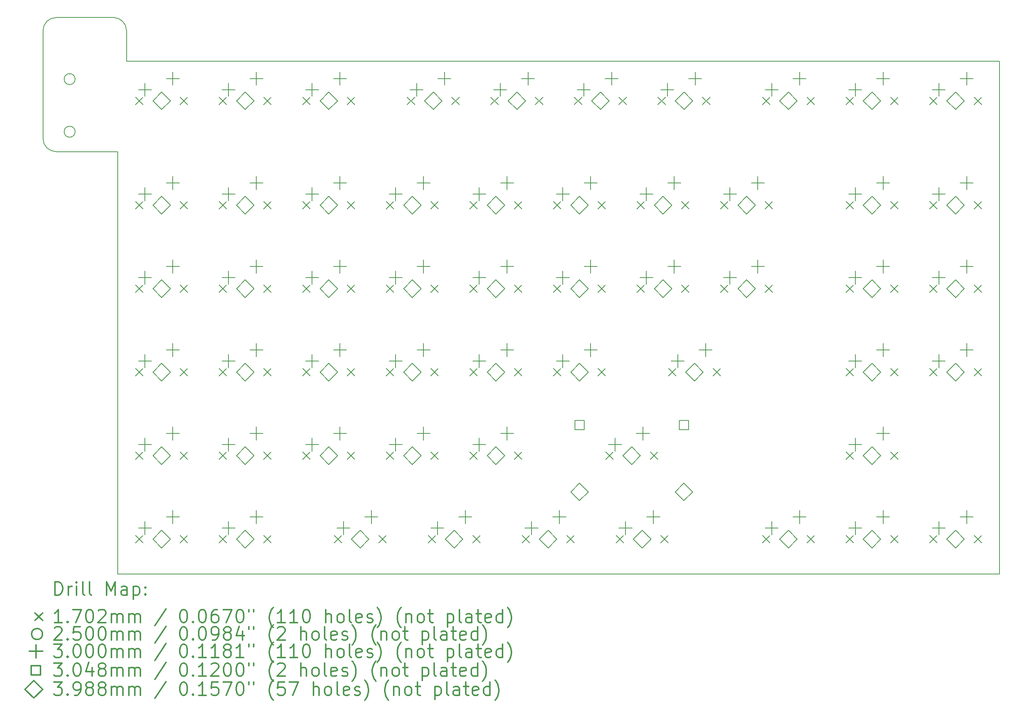
<source format=gbr>
%FSLAX45Y45*%
G04 Gerber Fmt 4.5, Leading zero omitted, Abs format (unit mm)*
G04 Created by KiCad (PCBNEW 5.1.12-1.fc34) date 2021-12-19 18:50:07*
%MOMM*%
%LPD*%
G01*
G04 APERTURE LIST*
%TA.AperFunction,Profile*%
%ADD10C,0.200000*%
%TD*%
%ADD11C,0.200000*%
%ADD12C,0.300000*%
G04 APERTURE END LIST*
D10*
X3685500Y-2923765D02*
X3685500Y-5383765D01*
X5390600Y-5683765D02*
X5390600Y-15325000D01*
X5290600Y-2623765D02*
G75*
G02*
X5590600Y-2923765I0J-300000D01*
G01*
X5590600Y-3623765D02*
X5590600Y-2923765D01*
X3985500Y-5683765D02*
G75*
G02*
X3685500Y-5383765I0J300000D01*
G01*
X3985500Y-5683765D02*
X5390600Y-5683765D01*
X3685500Y-2923765D02*
G75*
G02*
X3985500Y-2623765I300000J0D01*
G01*
X5390600Y-15325000D02*
X25488000Y-15325000D01*
X5290600Y-2623765D02*
X3985500Y-2623765D01*
X25488000Y-3623765D02*
X5590600Y-3623765D01*
X25488000Y-15325000D02*
X25488000Y-3623765D01*
D11*
X5797910Y-4439910D02*
X5968090Y-4610090D01*
X5968090Y-4439910D02*
X5797910Y-4610090D01*
X5797910Y-6821160D02*
X5968090Y-6991340D01*
X5968090Y-6821160D02*
X5797910Y-6991340D01*
X5797910Y-8726160D02*
X5968090Y-8896340D01*
X5968090Y-8726160D02*
X5797910Y-8896340D01*
X5797910Y-10631160D02*
X5968090Y-10801340D01*
X5968090Y-10631160D02*
X5797910Y-10801340D01*
X5797910Y-12536160D02*
X5968090Y-12706340D01*
X5968090Y-12536160D02*
X5797910Y-12706340D01*
X5797910Y-14441160D02*
X5968090Y-14611340D01*
X5968090Y-14441160D02*
X5797910Y-14611340D01*
X6813910Y-4439910D02*
X6984090Y-4610090D01*
X6984090Y-4439910D02*
X6813910Y-4610090D01*
X6813910Y-6821160D02*
X6984090Y-6991340D01*
X6984090Y-6821160D02*
X6813910Y-6991340D01*
X6813910Y-8726160D02*
X6984090Y-8896340D01*
X6984090Y-8726160D02*
X6813910Y-8896340D01*
X6813910Y-10631160D02*
X6984090Y-10801340D01*
X6984090Y-10631160D02*
X6813910Y-10801340D01*
X6813910Y-12536160D02*
X6984090Y-12706340D01*
X6984090Y-12536160D02*
X6813910Y-12706340D01*
X6813910Y-14441160D02*
X6984090Y-14611340D01*
X6984090Y-14441160D02*
X6813910Y-14611340D01*
X7702910Y-4439910D02*
X7873090Y-4610090D01*
X7873090Y-4439910D02*
X7702910Y-4610090D01*
X7702910Y-6821160D02*
X7873090Y-6991340D01*
X7873090Y-6821160D02*
X7702910Y-6991340D01*
X7702910Y-8726160D02*
X7873090Y-8896340D01*
X7873090Y-8726160D02*
X7702910Y-8896340D01*
X7702910Y-10631160D02*
X7873090Y-10801340D01*
X7873090Y-10631160D02*
X7702910Y-10801340D01*
X7702910Y-12536160D02*
X7873090Y-12706340D01*
X7873090Y-12536160D02*
X7702910Y-12706340D01*
X7702910Y-14441160D02*
X7873090Y-14611340D01*
X7873090Y-14441160D02*
X7702910Y-14611340D01*
X8718910Y-4439910D02*
X8889090Y-4610090D01*
X8889090Y-4439910D02*
X8718910Y-4610090D01*
X8718910Y-6821160D02*
X8889090Y-6991340D01*
X8889090Y-6821160D02*
X8718910Y-6991340D01*
X8718910Y-8726160D02*
X8889090Y-8896340D01*
X8889090Y-8726160D02*
X8718910Y-8896340D01*
X8718910Y-10631160D02*
X8889090Y-10801340D01*
X8889090Y-10631160D02*
X8718910Y-10801340D01*
X8718910Y-12536160D02*
X8889090Y-12706340D01*
X8889090Y-12536160D02*
X8718910Y-12706340D01*
X8718910Y-14441160D02*
X8889090Y-14611340D01*
X8889090Y-14441160D02*
X8718910Y-14611340D01*
X9607910Y-4439910D02*
X9778090Y-4610090D01*
X9778090Y-4439910D02*
X9607910Y-4610090D01*
X9607910Y-6821160D02*
X9778090Y-6991340D01*
X9778090Y-6821160D02*
X9607910Y-6991340D01*
X9607910Y-8726160D02*
X9778090Y-8896340D01*
X9778090Y-8726160D02*
X9607910Y-8896340D01*
X9607910Y-10631160D02*
X9778090Y-10801340D01*
X9778090Y-10631160D02*
X9607910Y-10801340D01*
X9607910Y-12536160D02*
X9778090Y-12706340D01*
X9778090Y-12536160D02*
X9607910Y-12706340D01*
X10322285Y-14441160D02*
X10492465Y-14611340D01*
X10492465Y-14441160D02*
X10322285Y-14611340D01*
X10623910Y-4439910D02*
X10794090Y-4610090D01*
X10794090Y-4439910D02*
X10623910Y-4610090D01*
X10623910Y-6821160D02*
X10794090Y-6991340D01*
X10794090Y-6821160D02*
X10623910Y-6991340D01*
X10623910Y-8726160D02*
X10794090Y-8896340D01*
X10794090Y-8726160D02*
X10623910Y-8896340D01*
X10623910Y-10631160D02*
X10794090Y-10801340D01*
X10794090Y-10631160D02*
X10623910Y-10801340D01*
X10623910Y-12536160D02*
X10794090Y-12706340D01*
X10794090Y-12536160D02*
X10623910Y-12706340D01*
X11338285Y-14441160D02*
X11508465Y-14611340D01*
X11508465Y-14441160D02*
X11338285Y-14611340D01*
X11512910Y-6821160D02*
X11683090Y-6991340D01*
X11683090Y-6821160D02*
X11512910Y-6991340D01*
X11512910Y-8726160D02*
X11683090Y-8896340D01*
X11683090Y-8726160D02*
X11512910Y-8896340D01*
X11512910Y-10631160D02*
X11683090Y-10801340D01*
X11683090Y-10631160D02*
X11512910Y-10801340D01*
X11512910Y-12536160D02*
X11683090Y-12706340D01*
X11683090Y-12536160D02*
X11512910Y-12706340D01*
X11989160Y-4439910D02*
X12159340Y-4610090D01*
X12159340Y-4439910D02*
X11989160Y-4610090D01*
X12465410Y-14441160D02*
X12635590Y-14611340D01*
X12635590Y-14441160D02*
X12465410Y-14611340D01*
X12528910Y-6821160D02*
X12699090Y-6991340D01*
X12699090Y-6821160D02*
X12528910Y-6991340D01*
X12528910Y-8726160D02*
X12699090Y-8896340D01*
X12699090Y-8726160D02*
X12528910Y-8896340D01*
X12528910Y-10631160D02*
X12699090Y-10801340D01*
X12699090Y-10631160D02*
X12528910Y-10801340D01*
X12528910Y-12536160D02*
X12699090Y-12706340D01*
X12699090Y-12536160D02*
X12528910Y-12706340D01*
X13005160Y-4439910D02*
X13175340Y-4610090D01*
X13175340Y-4439910D02*
X13005160Y-4610090D01*
X13417910Y-6821160D02*
X13588090Y-6991340D01*
X13588090Y-6821160D02*
X13417910Y-6991340D01*
X13417910Y-8726160D02*
X13588090Y-8896340D01*
X13588090Y-8726160D02*
X13417910Y-8896340D01*
X13417910Y-10631160D02*
X13588090Y-10801340D01*
X13588090Y-10631160D02*
X13417910Y-10801340D01*
X13417910Y-12536160D02*
X13588090Y-12706340D01*
X13588090Y-12536160D02*
X13417910Y-12706340D01*
X13481410Y-14441160D02*
X13651590Y-14611340D01*
X13651590Y-14441160D02*
X13481410Y-14611340D01*
X13894160Y-4439910D02*
X14064340Y-4610090D01*
X14064340Y-4439910D02*
X13894160Y-4610090D01*
X14433910Y-6821160D02*
X14604090Y-6991340D01*
X14604090Y-6821160D02*
X14433910Y-6991340D01*
X14433910Y-8726160D02*
X14604090Y-8896340D01*
X14604090Y-8726160D02*
X14433910Y-8896340D01*
X14433910Y-10631160D02*
X14604090Y-10801340D01*
X14604090Y-10631160D02*
X14433910Y-10801340D01*
X14433910Y-12536160D02*
X14604090Y-12706340D01*
X14604090Y-12536160D02*
X14433910Y-12706340D01*
X14608535Y-14441160D02*
X14778715Y-14611340D01*
X14778715Y-14441160D02*
X14608535Y-14611340D01*
X14910160Y-4439910D02*
X15080340Y-4610090D01*
X15080340Y-4439910D02*
X14910160Y-4610090D01*
X15322910Y-6821160D02*
X15493090Y-6991340D01*
X15493090Y-6821160D02*
X15322910Y-6991340D01*
X15322910Y-8726160D02*
X15493090Y-8896340D01*
X15493090Y-8726160D02*
X15322910Y-8896340D01*
X15322910Y-10631160D02*
X15493090Y-10801340D01*
X15493090Y-10631160D02*
X15322910Y-10801340D01*
X15624535Y-14441160D02*
X15794715Y-14611340D01*
X15794715Y-14441160D02*
X15624535Y-14611340D01*
X15799160Y-4439910D02*
X15969340Y-4610090D01*
X15969340Y-4439910D02*
X15799160Y-4610090D01*
X16338910Y-6821160D02*
X16509090Y-6991340D01*
X16509090Y-6821160D02*
X16338910Y-6991340D01*
X16338910Y-8726160D02*
X16509090Y-8896340D01*
X16509090Y-8726160D02*
X16338910Y-8896340D01*
X16338910Y-10631160D02*
X16509090Y-10801340D01*
X16509090Y-10631160D02*
X16338910Y-10801340D01*
X16513535Y-12536160D02*
X16683715Y-12706340D01*
X16683715Y-12536160D02*
X16513535Y-12706340D01*
X16751660Y-14441160D02*
X16921840Y-14611340D01*
X16921840Y-14441160D02*
X16751660Y-14611340D01*
X16815160Y-4439910D02*
X16985340Y-4610090D01*
X16985340Y-4439910D02*
X16815160Y-4610090D01*
X17227910Y-6821160D02*
X17398090Y-6991340D01*
X17398090Y-6821160D02*
X17227910Y-6991340D01*
X17227910Y-8726160D02*
X17398090Y-8896340D01*
X17398090Y-8726160D02*
X17227910Y-8896340D01*
X17529535Y-12536160D02*
X17699715Y-12706340D01*
X17699715Y-12536160D02*
X17529535Y-12706340D01*
X17704160Y-4439910D02*
X17874340Y-4610090D01*
X17874340Y-4439910D02*
X17704160Y-4610090D01*
X17767660Y-14441160D02*
X17937840Y-14611340D01*
X17937840Y-14441160D02*
X17767660Y-14611340D01*
X17942285Y-10631160D02*
X18112465Y-10801340D01*
X18112465Y-10631160D02*
X17942285Y-10801340D01*
X18243910Y-6821160D02*
X18414090Y-6991340D01*
X18414090Y-6821160D02*
X18243910Y-6991340D01*
X18243910Y-8726160D02*
X18414090Y-8896340D01*
X18414090Y-8726160D02*
X18243910Y-8896340D01*
X18720160Y-4439910D02*
X18890340Y-4610090D01*
X18890340Y-4439910D02*
X18720160Y-4610090D01*
X18958285Y-10631160D02*
X19128465Y-10801340D01*
X19128465Y-10631160D02*
X18958285Y-10801340D01*
X19132910Y-6821160D02*
X19303090Y-6991340D01*
X19303090Y-6821160D02*
X19132910Y-6991340D01*
X19132910Y-8726160D02*
X19303090Y-8896340D01*
X19303090Y-8726160D02*
X19132910Y-8896340D01*
X20085410Y-4439910D02*
X20255590Y-4610090D01*
X20255590Y-4439910D02*
X20085410Y-4610090D01*
X20085410Y-14441160D02*
X20255590Y-14611340D01*
X20255590Y-14441160D02*
X20085410Y-14611340D01*
X20148910Y-6821160D02*
X20319090Y-6991340D01*
X20319090Y-6821160D02*
X20148910Y-6991340D01*
X20148910Y-8726160D02*
X20319090Y-8896340D01*
X20319090Y-8726160D02*
X20148910Y-8896340D01*
X21101410Y-4439910D02*
X21271590Y-4610090D01*
X21271590Y-4439910D02*
X21101410Y-4610090D01*
X21101410Y-14441160D02*
X21271590Y-14611340D01*
X21271590Y-14441160D02*
X21101410Y-14611340D01*
X21990410Y-4439910D02*
X22160590Y-4610090D01*
X22160590Y-4439910D02*
X21990410Y-4610090D01*
X21990410Y-6821160D02*
X22160590Y-6991340D01*
X22160590Y-6821160D02*
X21990410Y-6991340D01*
X21990410Y-8726160D02*
X22160590Y-8896340D01*
X22160590Y-8726160D02*
X21990410Y-8896340D01*
X21990410Y-10631160D02*
X22160590Y-10801340D01*
X22160590Y-10631160D02*
X21990410Y-10801340D01*
X21990410Y-12536160D02*
X22160590Y-12706340D01*
X22160590Y-12536160D02*
X21990410Y-12706340D01*
X21990410Y-14441160D02*
X22160590Y-14611340D01*
X22160590Y-14441160D02*
X21990410Y-14611340D01*
X23006410Y-4439910D02*
X23176590Y-4610090D01*
X23176590Y-4439910D02*
X23006410Y-4610090D01*
X23006410Y-6821160D02*
X23176590Y-6991340D01*
X23176590Y-6821160D02*
X23006410Y-6991340D01*
X23006410Y-8726160D02*
X23176590Y-8896340D01*
X23176590Y-8726160D02*
X23006410Y-8896340D01*
X23006410Y-10631160D02*
X23176590Y-10801340D01*
X23176590Y-10631160D02*
X23006410Y-10801340D01*
X23006410Y-12536160D02*
X23176590Y-12706340D01*
X23176590Y-12536160D02*
X23006410Y-12706340D01*
X23006410Y-14441160D02*
X23176590Y-14611340D01*
X23176590Y-14441160D02*
X23006410Y-14611340D01*
X23895410Y-4439910D02*
X24065590Y-4610090D01*
X24065590Y-4439910D02*
X23895410Y-4610090D01*
X23895410Y-6821160D02*
X24065590Y-6991340D01*
X24065590Y-6821160D02*
X23895410Y-6991340D01*
X23895410Y-8726160D02*
X24065590Y-8896340D01*
X24065590Y-8726160D02*
X23895410Y-8896340D01*
X23895410Y-10631160D02*
X24065590Y-10801340D01*
X24065590Y-10631160D02*
X23895410Y-10801340D01*
X23895410Y-14441160D02*
X24065590Y-14611340D01*
X24065590Y-14441160D02*
X23895410Y-14611340D01*
X24911410Y-4439910D02*
X25081590Y-4610090D01*
X25081590Y-4439910D02*
X24911410Y-4610090D01*
X24911410Y-6821160D02*
X25081590Y-6991340D01*
X25081590Y-6821160D02*
X24911410Y-6991340D01*
X24911410Y-8726160D02*
X25081590Y-8896340D01*
X25081590Y-8726160D02*
X24911410Y-8896340D01*
X24911410Y-10631160D02*
X25081590Y-10801340D01*
X25081590Y-10631160D02*
X24911410Y-10801340D01*
X24911410Y-14441160D02*
X25081590Y-14611340D01*
X25081590Y-14441160D02*
X24911410Y-14611340D01*
X4418000Y-4029000D02*
G75*
G03*
X4418000Y-4029000I-125000J0D01*
G01*
X4418000Y-5229000D02*
G75*
G03*
X4418000Y-5229000I-125000J0D01*
G01*
X6010000Y-4121000D02*
X6010000Y-4421000D01*
X5860000Y-4271000D02*
X6160000Y-4271000D01*
X6010000Y-6502250D02*
X6010000Y-6802250D01*
X5860000Y-6652250D02*
X6160000Y-6652250D01*
X6010000Y-8407250D02*
X6010000Y-8707250D01*
X5860000Y-8557250D02*
X6160000Y-8557250D01*
X6010000Y-10312250D02*
X6010000Y-10612250D01*
X5860000Y-10462250D02*
X6160000Y-10462250D01*
X6010000Y-12217250D02*
X6010000Y-12517250D01*
X5860000Y-12367250D02*
X6160000Y-12367250D01*
X6010000Y-14122250D02*
X6010000Y-14422250D01*
X5860000Y-14272250D02*
X6160000Y-14272250D01*
X6645000Y-3867000D02*
X6645000Y-4167000D01*
X6495000Y-4017000D02*
X6795000Y-4017000D01*
X6645000Y-6248250D02*
X6645000Y-6548250D01*
X6495000Y-6398250D02*
X6795000Y-6398250D01*
X6645000Y-8153250D02*
X6645000Y-8453250D01*
X6495000Y-8303250D02*
X6795000Y-8303250D01*
X6645000Y-10058250D02*
X6645000Y-10358250D01*
X6495000Y-10208250D02*
X6795000Y-10208250D01*
X6645000Y-11963250D02*
X6645000Y-12263250D01*
X6495000Y-12113250D02*
X6795000Y-12113250D01*
X6645000Y-13868250D02*
X6645000Y-14168250D01*
X6495000Y-14018250D02*
X6795000Y-14018250D01*
X7915000Y-4121000D02*
X7915000Y-4421000D01*
X7765000Y-4271000D02*
X8065000Y-4271000D01*
X7915000Y-6502250D02*
X7915000Y-6802250D01*
X7765000Y-6652250D02*
X8065000Y-6652250D01*
X7915000Y-8407250D02*
X7915000Y-8707250D01*
X7765000Y-8557250D02*
X8065000Y-8557250D01*
X7915000Y-10312250D02*
X7915000Y-10612250D01*
X7765000Y-10462250D02*
X8065000Y-10462250D01*
X7915000Y-12217250D02*
X7915000Y-12517250D01*
X7765000Y-12367250D02*
X8065000Y-12367250D01*
X7915000Y-14122250D02*
X7915000Y-14422250D01*
X7765000Y-14272250D02*
X8065000Y-14272250D01*
X8550000Y-3867000D02*
X8550000Y-4167000D01*
X8400000Y-4017000D02*
X8700000Y-4017000D01*
X8550000Y-6248250D02*
X8550000Y-6548250D01*
X8400000Y-6398250D02*
X8700000Y-6398250D01*
X8550000Y-8153250D02*
X8550000Y-8453250D01*
X8400000Y-8303250D02*
X8700000Y-8303250D01*
X8550000Y-10058250D02*
X8550000Y-10358250D01*
X8400000Y-10208250D02*
X8700000Y-10208250D01*
X8550000Y-11963250D02*
X8550000Y-12263250D01*
X8400000Y-12113250D02*
X8700000Y-12113250D01*
X8550000Y-13868250D02*
X8550000Y-14168250D01*
X8400000Y-14018250D02*
X8700000Y-14018250D01*
X9820000Y-4121000D02*
X9820000Y-4421000D01*
X9670000Y-4271000D02*
X9970000Y-4271000D01*
X9820000Y-6502250D02*
X9820000Y-6802250D01*
X9670000Y-6652250D02*
X9970000Y-6652250D01*
X9820000Y-8407250D02*
X9820000Y-8707250D01*
X9670000Y-8557250D02*
X9970000Y-8557250D01*
X9820000Y-10312250D02*
X9820000Y-10612250D01*
X9670000Y-10462250D02*
X9970000Y-10462250D01*
X9820000Y-12217250D02*
X9820000Y-12517250D01*
X9670000Y-12367250D02*
X9970000Y-12367250D01*
X10455000Y-3867000D02*
X10455000Y-4167000D01*
X10305000Y-4017000D02*
X10605000Y-4017000D01*
X10455000Y-6248250D02*
X10455000Y-6548250D01*
X10305000Y-6398250D02*
X10605000Y-6398250D01*
X10455000Y-8153250D02*
X10455000Y-8453250D01*
X10305000Y-8303250D02*
X10605000Y-8303250D01*
X10455000Y-10058250D02*
X10455000Y-10358250D01*
X10305000Y-10208250D02*
X10605000Y-10208250D01*
X10455000Y-11963250D02*
X10455000Y-12263250D01*
X10305000Y-12113250D02*
X10605000Y-12113250D01*
X10534375Y-14122250D02*
X10534375Y-14422250D01*
X10384375Y-14272250D02*
X10684375Y-14272250D01*
X11169375Y-13868250D02*
X11169375Y-14168250D01*
X11019375Y-14018250D02*
X11319375Y-14018250D01*
X11725000Y-6502250D02*
X11725000Y-6802250D01*
X11575000Y-6652250D02*
X11875000Y-6652250D01*
X11725000Y-8407250D02*
X11725000Y-8707250D01*
X11575000Y-8557250D02*
X11875000Y-8557250D01*
X11725000Y-10312250D02*
X11725000Y-10612250D01*
X11575000Y-10462250D02*
X11875000Y-10462250D01*
X11725000Y-12217250D02*
X11725000Y-12517250D01*
X11575000Y-12367250D02*
X11875000Y-12367250D01*
X12201250Y-4121000D02*
X12201250Y-4421000D01*
X12051250Y-4271000D02*
X12351250Y-4271000D01*
X12360000Y-6248250D02*
X12360000Y-6548250D01*
X12210000Y-6398250D02*
X12510000Y-6398250D01*
X12360000Y-8153250D02*
X12360000Y-8453250D01*
X12210000Y-8303250D02*
X12510000Y-8303250D01*
X12360000Y-10058250D02*
X12360000Y-10358250D01*
X12210000Y-10208250D02*
X12510000Y-10208250D01*
X12360000Y-11963250D02*
X12360000Y-12263250D01*
X12210000Y-12113250D02*
X12510000Y-12113250D01*
X12677500Y-14122250D02*
X12677500Y-14422250D01*
X12527500Y-14272250D02*
X12827500Y-14272250D01*
X12836250Y-3867000D02*
X12836250Y-4167000D01*
X12686250Y-4017000D02*
X12986250Y-4017000D01*
X13312500Y-13868250D02*
X13312500Y-14168250D01*
X13162500Y-14018250D02*
X13462500Y-14018250D01*
X13630000Y-6502250D02*
X13630000Y-6802250D01*
X13480000Y-6652250D02*
X13780000Y-6652250D01*
X13630000Y-8407250D02*
X13630000Y-8707250D01*
X13480000Y-8557250D02*
X13780000Y-8557250D01*
X13630000Y-10312250D02*
X13630000Y-10612250D01*
X13480000Y-10462250D02*
X13780000Y-10462250D01*
X13630000Y-12217250D02*
X13630000Y-12517250D01*
X13480000Y-12367250D02*
X13780000Y-12367250D01*
X14106250Y-4121000D02*
X14106250Y-4421000D01*
X13956250Y-4271000D02*
X14256250Y-4271000D01*
X14265000Y-6248250D02*
X14265000Y-6548250D01*
X14115000Y-6398250D02*
X14415000Y-6398250D01*
X14265000Y-8153250D02*
X14265000Y-8453250D01*
X14115000Y-8303250D02*
X14415000Y-8303250D01*
X14265000Y-10058250D02*
X14265000Y-10358250D01*
X14115000Y-10208250D02*
X14415000Y-10208250D01*
X14265000Y-11963250D02*
X14265000Y-12263250D01*
X14115000Y-12113250D02*
X14415000Y-12113250D01*
X14741250Y-3867000D02*
X14741250Y-4167000D01*
X14591250Y-4017000D02*
X14891250Y-4017000D01*
X14820625Y-14122250D02*
X14820625Y-14422250D01*
X14670625Y-14272250D02*
X14970625Y-14272250D01*
X15455625Y-13868250D02*
X15455625Y-14168250D01*
X15305625Y-14018250D02*
X15605625Y-14018250D01*
X15535000Y-6502250D02*
X15535000Y-6802250D01*
X15385000Y-6652250D02*
X15685000Y-6652250D01*
X15535000Y-8407250D02*
X15535000Y-8707250D01*
X15385000Y-8557250D02*
X15685000Y-8557250D01*
X15535000Y-10312250D02*
X15535000Y-10612250D01*
X15385000Y-10462250D02*
X15685000Y-10462250D01*
X16011250Y-4121000D02*
X16011250Y-4421000D01*
X15861250Y-4271000D02*
X16161250Y-4271000D01*
X16170000Y-6248250D02*
X16170000Y-6548250D01*
X16020000Y-6398250D02*
X16320000Y-6398250D01*
X16170000Y-8153250D02*
X16170000Y-8453250D01*
X16020000Y-8303250D02*
X16320000Y-8303250D01*
X16170000Y-10058250D02*
X16170000Y-10358250D01*
X16020000Y-10208250D02*
X16320000Y-10208250D01*
X16646250Y-3867000D02*
X16646250Y-4167000D01*
X16496250Y-4017000D02*
X16796250Y-4017000D01*
X16725625Y-12217250D02*
X16725625Y-12517250D01*
X16575625Y-12367250D02*
X16875625Y-12367250D01*
X16963750Y-14122250D02*
X16963750Y-14422250D01*
X16813750Y-14272250D02*
X17113750Y-14272250D01*
X17360625Y-11963250D02*
X17360625Y-12263250D01*
X17210625Y-12113250D02*
X17510625Y-12113250D01*
X17440000Y-6502250D02*
X17440000Y-6802250D01*
X17290000Y-6652250D02*
X17590000Y-6652250D01*
X17440000Y-8407250D02*
X17440000Y-8707250D01*
X17290000Y-8557250D02*
X17590000Y-8557250D01*
X17598750Y-13868250D02*
X17598750Y-14168250D01*
X17448750Y-14018250D02*
X17748750Y-14018250D01*
X17916250Y-4121000D02*
X17916250Y-4421000D01*
X17766250Y-4271000D02*
X18066250Y-4271000D01*
X18075000Y-6248250D02*
X18075000Y-6548250D01*
X17925000Y-6398250D02*
X18225000Y-6398250D01*
X18075000Y-8153250D02*
X18075000Y-8453250D01*
X17925000Y-8303250D02*
X18225000Y-8303250D01*
X18154375Y-10312250D02*
X18154375Y-10612250D01*
X18004375Y-10462250D02*
X18304375Y-10462250D01*
X18551250Y-3867000D02*
X18551250Y-4167000D01*
X18401250Y-4017000D02*
X18701250Y-4017000D01*
X18789375Y-10058250D02*
X18789375Y-10358250D01*
X18639375Y-10208250D02*
X18939375Y-10208250D01*
X19345000Y-6502250D02*
X19345000Y-6802250D01*
X19195000Y-6652250D02*
X19495000Y-6652250D01*
X19345000Y-8407250D02*
X19345000Y-8707250D01*
X19195000Y-8557250D02*
X19495000Y-8557250D01*
X19980000Y-6248250D02*
X19980000Y-6548250D01*
X19830000Y-6398250D02*
X20130000Y-6398250D01*
X19980000Y-8153250D02*
X19980000Y-8453250D01*
X19830000Y-8303250D02*
X20130000Y-8303250D01*
X20297500Y-4121000D02*
X20297500Y-4421000D01*
X20147500Y-4271000D02*
X20447500Y-4271000D01*
X20297500Y-14122250D02*
X20297500Y-14422250D01*
X20147500Y-14272250D02*
X20447500Y-14272250D01*
X20932500Y-3867000D02*
X20932500Y-4167000D01*
X20782500Y-4017000D02*
X21082500Y-4017000D01*
X20932500Y-13868250D02*
X20932500Y-14168250D01*
X20782500Y-14018250D02*
X21082500Y-14018250D01*
X22202500Y-4121000D02*
X22202500Y-4421000D01*
X22052500Y-4271000D02*
X22352500Y-4271000D01*
X22202500Y-6502250D02*
X22202500Y-6802250D01*
X22052500Y-6652250D02*
X22352500Y-6652250D01*
X22202500Y-8407250D02*
X22202500Y-8707250D01*
X22052500Y-8557250D02*
X22352500Y-8557250D01*
X22202500Y-10312250D02*
X22202500Y-10612250D01*
X22052500Y-10462250D02*
X22352500Y-10462250D01*
X22202500Y-12217250D02*
X22202500Y-12517250D01*
X22052500Y-12367250D02*
X22352500Y-12367250D01*
X22202500Y-14122250D02*
X22202500Y-14422250D01*
X22052500Y-14272250D02*
X22352500Y-14272250D01*
X22837500Y-3867000D02*
X22837500Y-4167000D01*
X22687500Y-4017000D02*
X22987500Y-4017000D01*
X22837500Y-6248250D02*
X22837500Y-6548250D01*
X22687500Y-6398250D02*
X22987500Y-6398250D01*
X22837500Y-8153250D02*
X22837500Y-8453250D01*
X22687500Y-8303250D02*
X22987500Y-8303250D01*
X22837500Y-10058250D02*
X22837500Y-10358250D01*
X22687500Y-10208250D02*
X22987500Y-10208250D01*
X22837500Y-11963250D02*
X22837500Y-12263250D01*
X22687500Y-12113250D02*
X22987500Y-12113250D01*
X22837500Y-13868250D02*
X22837500Y-14168250D01*
X22687500Y-14018250D02*
X22987500Y-14018250D01*
X24107500Y-4121000D02*
X24107500Y-4421000D01*
X23957500Y-4271000D02*
X24257500Y-4271000D01*
X24107500Y-6502250D02*
X24107500Y-6802250D01*
X23957500Y-6652250D02*
X24257500Y-6652250D01*
X24107500Y-8407250D02*
X24107500Y-8707250D01*
X23957500Y-8557250D02*
X24257500Y-8557250D01*
X24107500Y-10312250D02*
X24107500Y-10612250D01*
X23957500Y-10462250D02*
X24257500Y-10462250D01*
X24107500Y-14122250D02*
X24107500Y-14422250D01*
X23957500Y-14272250D02*
X24257500Y-14272250D01*
X24742500Y-3867000D02*
X24742500Y-4167000D01*
X24592500Y-4017000D02*
X24892500Y-4017000D01*
X24742500Y-6248250D02*
X24742500Y-6548250D01*
X24592500Y-6398250D02*
X24892500Y-6398250D01*
X24742500Y-8153250D02*
X24742500Y-8453250D01*
X24592500Y-8303250D02*
X24892500Y-8303250D01*
X24742500Y-10058250D02*
X24742500Y-10358250D01*
X24592500Y-10208250D02*
X24892500Y-10208250D01*
X24742500Y-13868250D02*
X24742500Y-14168250D01*
X24592500Y-14018250D02*
X24892500Y-14018250D01*
X16024389Y-12030514D02*
X16024389Y-11814986D01*
X15808861Y-11814986D01*
X15808861Y-12030514D01*
X16024389Y-12030514D01*
X18404389Y-12030514D02*
X18404389Y-11814986D01*
X18188861Y-11814986D01*
X18188861Y-12030514D01*
X18404389Y-12030514D01*
X6391000Y-4724390D02*
X6590390Y-4525000D01*
X6391000Y-4325610D01*
X6191610Y-4525000D01*
X6391000Y-4724390D01*
X6391000Y-7105640D02*
X6590390Y-6906250D01*
X6391000Y-6706860D01*
X6191610Y-6906250D01*
X6391000Y-7105640D01*
X6391000Y-9010640D02*
X6590390Y-8811250D01*
X6391000Y-8611860D01*
X6191610Y-8811250D01*
X6391000Y-9010640D01*
X6391000Y-10915640D02*
X6590390Y-10716250D01*
X6391000Y-10516860D01*
X6191610Y-10716250D01*
X6391000Y-10915640D01*
X6391000Y-12820640D02*
X6590390Y-12621250D01*
X6391000Y-12421860D01*
X6191610Y-12621250D01*
X6391000Y-12820640D01*
X6391000Y-14725640D02*
X6590390Y-14526250D01*
X6391000Y-14326860D01*
X6191610Y-14526250D01*
X6391000Y-14725640D01*
X8296000Y-4724390D02*
X8495390Y-4525000D01*
X8296000Y-4325610D01*
X8096610Y-4525000D01*
X8296000Y-4724390D01*
X8296000Y-7105640D02*
X8495390Y-6906250D01*
X8296000Y-6706860D01*
X8096610Y-6906250D01*
X8296000Y-7105640D01*
X8296000Y-9010640D02*
X8495390Y-8811250D01*
X8296000Y-8611860D01*
X8096610Y-8811250D01*
X8296000Y-9010640D01*
X8296000Y-10915640D02*
X8495390Y-10716250D01*
X8296000Y-10516860D01*
X8096610Y-10716250D01*
X8296000Y-10915640D01*
X8296000Y-12820640D02*
X8495390Y-12621250D01*
X8296000Y-12421860D01*
X8096610Y-12621250D01*
X8296000Y-12820640D01*
X8296000Y-14725640D02*
X8495390Y-14526250D01*
X8296000Y-14326860D01*
X8096610Y-14526250D01*
X8296000Y-14725640D01*
X10201000Y-4724390D02*
X10400390Y-4525000D01*
X10201000Y-4325610D01*
X10001610Y-4525000D01*
X10201000Y-4724390D01*
X10201000Y-7105640D02*
X10400390Y-6906250D01*
X10201000Y-6706860D01*
X10001610Y-6906250D01*
X10201000Y-7105640D01*
X10201000Y-9010640D02*
X10400390Y-8811250D01*
X10201000Y-8611860D01*
X10001610Y-8811250D01*
X10201000Y-9010640D01*
X10201000Y-10915640D02*
X10400390Y-10716250D01*
X10201000Y-10516860D01*
X10001610Y-10716250D01*
X10201000Y-10915640D01*
X10201000Y-12820640D02*
X10400390Y-12621250D01*
X10201000Y-12421860D01*
X10001610Y-12621250D01*
X10201000Y-12820640D01*
X10915375Y-14725640D02*
X11114765Y-14526250D01*
X10915375Y-14326860D01*
X10715985Y-14526250D01*
X10915375Y-14725640D01*
X12106000Y-7105640D02*
X12305390Y-6906250D01*
X12106000Y-6706860D01*
X11906610Y-6906250D01*
X12106000Y-7105640D01*
X12106000Y-9010640D02*
X12305390Y-8811250D01*
X12106000Y-8611860D01*
X11906610Y-8811250D01*
X12106000Y-9010640D01*
X12106000Y-10915640D02*
X12305390Y-10716250D01*
X12106000Y-10516860D01*
X11906610Y-10716250D01*
X12106000Y-10915640D01*
X12106000Y-12820640D02*
X12305390Y-12621250D01*
X12106000Y-12421860D01*
X11906610Y-12621250D01*
X12106000Y-12820640D01*
X12582250Y-4724390D02*
X12781640Y-4525000D01*
X12582250Y-4325610D01*
X12382860Y-4525000D01*
X12582250Y-4724390D01*
X13058500Y-14725640D02*
X13257890Y-14526250D01*
X13058500Y-14326860D01*
X12859110Y-14526250D01*
X13058500Y-14725640D01*
X14011000Y-7105640D02*
X14210390Y-6906250D01*
X14011000Y-6706860D01*
X13811610Y-6906250D01*
X14011000Y-7105640D01*
X14011000Y-9010640D02*
X14210390Y-8811250D01*
X14011000Y-8611860D01*
X13811610Y-8811250D01*
X14011000Y-9010640D01*
X14011000Y-10915640D02*
X14210390Y-10716250D01*
X14011000Y-10516860D01*
X13811610Y-10716250D01*
X14011000Y-10915640D01*
X14011000Y-12820640D02*
X14210390Y-12621250D01*
X14011000Y-12421860D01*
X13811610Y-12621250D01*
X14011000Y-12820640D01*
X14487250Y-4724390D02*
X14686640Y-4525000D01*
X14487250Y-4325610D01*
X14287860Y-4525000D01*
X14487250Y-4724390D01*
X15201625Y-14725640D02*
X15401015Y-14526250D01*
X15201625Y-14326860D01*
X15002235Y-14526250D01*
X15201625Y-14725640D01*
X15916000Y-7105640D02*
X16115390Y-6906250D01*
X15916000Y-6706860D01*
X15716610Y-6906250D01*
X15916000Y-7105640D01*
X15916000Y-9010640D02*
X16115390Y-8811250D01*
X15916000Y-8611860D01*
X15716610Y-8811250D01*
X15916000Y-9010640D01*
X15916000Y-10915640D02*
X16115390Y-10716250D01*
X15916000Y-10516860D01*
X15716610Y-10716250D01*
X15916000Y-10915640D01*
X15916625Y-13646140D02*
X16116015Y-13446750D01*
X15916625Y-13247360D01*
X15717235Y-13446750D01*
X15916625Y-13646140D01*
X16392250Y-4724390D02*
X16591640Y-4525000D01*
X16392250Y-4325610D01*
X16192860Y-4525000D01*
X16392250Y-4724390D01*
X17106625Y-12820640D02*
X17306015Y-12621250D01*
X17106625Y-12421860D01*
X16907235Y-12621250D01*
X17106625Y-12820640D01*
X17344750Y-14725640D02*
X17544140Y-14526250D01*
X17344750Y-14326860D01*
X17145360Y-14526250D01*
X17344750Y-14725640D01*
X17821000Y-7105640D02*
X18020390Y-6906250D01*
X17821000Y-6706860D01*
X17621610Y-6906250D01*
X17821000Y-7105640D01*
X17821000Y-9010640D02*
X18020390Y-8811250D01*
X17821000Y-8611860D01*
X17621610Y-8811250D01*
X17821000Y-9010640D01*
X18296625Y-13646140D02*
X18496015Y-13446750D01*
X18296625Y-13247360D01*
X18097235Y-13446750D01*
X18296625Y-13646140D01*
X18297250Y-4724390D02*
X18496640Y-4525000D01*
X18297250Y-4325610D01*
X18097860Y-4525000D01*
X18297250Y-4724390D01*
X18535375Y-10915640D02*
X18734765Y-10716250D01*
X18535375Y-10516860D01*
X18335985Y-10716250D01*
X18535375Y-10915640D01*
X19726000Y-7105640D02*
X19925390Y-6906250D01*
X19726000Y-6706860D01*
X19526610Y-6906250D01*
X19726000Y-7105640D01*
X19726000Y-9010640D02*
X19925390Y-8811250D01*
X19726000Y-8611860D01*
X19526610Y-8811250D01*
X19726000Y-9010640D01*
X20678500Y-4724390D02*
X20877890Y-4525000D01*
X20678500Y-4325610D01*
X20479110Y-4525000D01*
X20678500Y-4724390D01*
X20678500Y-14725640D02*
X20877890Y-14526250D01*
X20678500Y-14326860D01*
X20479110Y-14526250D01*
X20678500Y-14725640D01*
X22583500Y-4724390D02*
X22782890Y-4525000D01*
X22583500Y-4325610D01*
X22384110Y-4525000D01*
X22583500Y-4724390D01*
X22583500Y-7105640D02*
X22782890Y-6906250D01*
X22583500Y-6706860D01*
X22384110Y-6906250D01*
X22583500Y-7105640D01*
X22583500Y-9010640D02*
X22782890Y-8811250D01*
X22583500Y-8611860D01*
X22384110Y-8811250D01*
X22583500Y-9010640D01*
X22583500Y-10915640D02*
X22782890Y-10716250D01*
X22583500Y-10516860D01*
X22384110Y-10716250D01*
X22583500Y-10915640D01*
X22583500Y-12820640D02*
X22782890Y-12621250D01*
X22583500Y-12421860D01*
X22384110Y-12621250D01*
X22583500Y-12820640D01*
X22583500Y-14725640D02*
X22782890Y-14526250D01*
X22583500Y-14326860D01*
X22384110Y-14526250D01*
X22583500Y-14725640D01*
X24488500Y-4724390D02*
X24687890Y-4525000D01*
X24488500Y-4325610D01*
X24289110Y-4525000D01*
X24488500Y-4724390D01*
X24488500Y-7105640D02*
X24687890Y-6906250D01*
X24488500Y-6706860D01*
X24289110Y-6906250D01*
X24488500Y-7105640D01*
X24488500Y-9010640D02*
X24687890Y-8811250D01*
X24488500Y-8611860D01*
X24289110Y-8811250D01*
X24488500Y-9010640D01*
X24488500Y-10915640D02*
X24687890Y-10716250D01*
X24488500Y-10516860D01*
X24289110Y-10716250D01*
X24488500Y-10915640D01*
X24488500Y-14725640D02*
X24687890Y-14526250D01*
X24488500Y-14326860D01*
X24289110Y-14526250D01*
X24488500Y-14725640D01*
D12*
X3961928Y-15800714D02*
X3961928Y-15500714D01*
X4033357Y-15500714D01*
X4076214Y-15515000D01*
X4104786Y-15543571D01*
X4119071Y-15572143D01*
X4133357Y-15629286D01*
X4133357Y-15672143D01*
X4119071Y-15729286D01*
X4104786Y-15757857D01*
X4076214Y-15786429D01*
X4033357Y-15800714D01*
X3961928Y-15800714D01*
X4261928Y-15800714D02*
X4261928Y-15600714D01*
X4261928Y-15657857D02*
X4276214Y-15629286D01*
X4290500Y-15615000D01*
X4319071Y-15600714D01*
X4347643Y-15600714D01*
X4447643Y-15800714D02*
X4447643Y-15600714D01*
X4447643Y-15500714D02*
X4433357Y-15515000D01*
X4447643Y-15529286D01*
X4461928Y-15515000D01*
X4447643Y-15500714D01*
X4447643Y-15529286D01*
X4633357Y-15800714D02*
X4604786Y-15786429D01*
X4590500Y-15757857D01*
X4590500Y-15500714D01*
X4790500Y-15800714D02*
X4761928Y-15786429D01*
X4747643Y-15757857D01*
X4747643Y-15500714D01*
X5133357Y-15800714D02*
X5133357Y-15500714D01*
X5233357Y-15715000D01*
X5333357Y-15500714D01*
X5333357Y-15800714D01*
X5604786Y-15800714D02*
X5604786Y-15643571D01*
X5590500Y-15615000D01*
X5561928Y-15600714D01*
X5504786Y-15600714D01*
X5476214Y-15615000D01*
X5604786Y-15786429D02*
X5576214Y-15800714D01*
X5504786Y-15800714D01*
X5476214Y-15786429D01*
X5461928Y-15757857D01*
X5461928Y-15729286D01*
X5476214Y-15700714D01*
X5504786Y-15686429D01*
X5576214Y-15686429D01*
X5604786Y-15672143D01*
X5747643Y-15600714D02*
X5747643Y-15900714D01*
X5747643Y-15615000D02*
X5776214Y-15600714D01*
X5833357Y-15600714D01*
X5861928Y-15615000D01*
X5876214Y-15629286D01*
X5890500Y-15657857D01*
X5890500Y-15743571D01*
X5876214Y-15772143D01*
X5861928Y-15786429D01*
X5833357Y-15800714D01*
X5776214Y-15800714D01*
X5747643Y-15786429D01*
X6019071Y-15772143D02*
X6033357Y-15786429D01*
X6019071Y-15800714D01*
X6004786Y-15786429D01*
X6019071Y-15772143D01*
X6019071Y-15800714D01*
X6019071Y-15615000D02*
X6033357Y-15629286D01*
X6019071Y-15643571D01*
X6004786Y-15629286D01*
X6019071Y-15615000D01*
X6019071Y-15643571D01*
X3505320Y-16209910D02*
X3675500Y-16380090D01*
X3675500Y-16209910D02*
X3505320Y-16380090D01*
X4119071Y-16430714D02*
X3947643Y-16430714D01*
X4033357Y-16430714D02*
X4033357Y-16130714D01*
X4004786Y-16173571D01*
X3976214Y-16202143D01*
X3947643Y-16216429D01*
X4247643Y-16402143D02*
X4261928Y-16416429D01*
X4247643Y-16430714D01*
X4233357Y-16416429D01*
X4247643Y-16402143D01*
X4247643Y-16430714D01*
X4361928Y-16130714D02*
X4561928Y-16130714D01*
X4433357Y-16430714D01*
X4733357Y-16130714D02*
X4761928Y-16130714D01*
X4790500Y-16145000D01*
X4804786Y-16159286D01*
X4819071Y-16187857D01*
X4833357Y-16245000D01*
X4833357Y-16316429D01*
X4819071Y-16373571D01*
X4804786Y-16402143D01*
X4790500Y-16416429D01*
X4761928Y-16430714D01*
X4733357Y-16430714D01*
X4704786Y-16416429D01*
X4690500Y-16402143D01*
X4676214Y-16373571D01*
X4661928Y-16316429D01*
X4661928Y-16245000D01*
X4676214Y-16187857D01*
X4690500Y-16159286D01*
X4704786Y-16145000D01*
X4733357Y-16130714D01*
X4947643Y-16159286D02*
X4961928Y-16145000D01*
X4990500Y-16130714D01*
X5061928Y-16130714D01*
X5090500Y-16145000D01*
X5104786Y-16159286D01*
X5119071Y-16187857D01*
X5119071Y-16216429D01*
X5104786Y-16259286D01*
X4933357Y-16430714D01*
X5119071Y-16430714D01*
X5247643Y-16430714D02*
X5247643Y-16230714D01*
X5247643Y-16259286D02*
X5261928Y-16245000D01*
X5290500Y-16230714D01*
X5333357Y-16230714D01*
X5361928Y-16245000D01*
X5376214Y-16273571D01*
X5376214Y-16430714D01*
X5376214Y-16273571D02*
X5390500Y-16245000D01*
X5419071Y-16230714D01*
X5461928Y-16230714D01*
X5490500Y-16245000D01*
X5504786Y-16273571D01*
X5504786Y-16430714D01*
X5647643Y-16430714D02*
X5647643Y-16230714D01*
X5647643Y-16259286D02*
X5661928Y-16245000D01*
X5690500Y-16230714D01*
X5733357Y-16230714D01*
X5761928Y-16245000D01*
X5776214Y-16273571D01*
X5776214Y-16430714D01*
X5776214Y-16273571D02*
X5790500Y-16245000D01*
X5819071Y-16230714D01*
X5861928Y-16230714D01*
X5890500Y-16245000D01*
X5904786Y-16273571D01*
X5904786Y-16430714D01*
X6490500Y-16116429D02*
X6233357Y-16502143D01*
X6876214Y-16130714D02*
X6904786Y-16130714D01*
X6933357Y-16145000D01*
X6947643Y-16159286D01*
X6961928Y-16187857D01*
X6976214Y-16245000D01*
X6976214Y-16316429D01*
X6961928Y-16373571D01*
X6947643Y-16402143D01*
X6933357Y-16416429D01*
X6904786Y-16430714D01*
X6876214Y-16430714D01*
X6847643Y-16416429D01*
X6833357Y-16402143D01*
X6819071Y-16373571D01*
X6804786Y-16316429D01*
X6804786Y-16245000D01*
X6819071Y-16187857D01*
X6833357Y-16159286D01*
X6847643Y-16145000D01*
X6876214Y-16130714D01*
X7104786Y-16402143D02*
X7119071Y-16416429D01*
X7104786Y-16430714D01*
X7090500Y-16416429D01*
X7104786Y-16402143D01*
X7104786Y-16430714D01*
X7304786Y-16130714D02*
X7333357Y-16130714D01*
X7361928Y-16145000D01*
X7376214Y-16159286D01*
X7390500Y-16187857D01*
X7404786Y-16245000D01*
X7404786Y-16316429D01*
X7390500Y-16373571D01*
X7376214Y-16402143D01*
X7361928Y-16416429D01*
X7333357Y-16430714D01*
X7304786Y-16430714D01*
X7276214Y-16416429D01*
X7261928Y-16402143D01*
X7247643Y-16373571D01*
X7233357Y-16316429D01*
X7233357Y-16245000D01*
X7247643Y-16187857D01*
X7261928Y-16159286D01*
X7276214Y-16145000D01*
X7304786Y-16130714D01*
X7661928Y-16130714D02*
X7604786Y-16130714D01*
X7576214Y-16145000D01*
X7561928Y-16159286D01*
X7533357Y-16202143D01*
X7519071Y-16259286D01*
X7519071Y-16373571D01*
X7533357Y-16402143D01*
X7547643Y-16416429D01*
X7576214Y-16430714D01*
X7633357Y-16430714D01*
X7661928Y-16416429D01*
X7676214Y-16402143D01*
X7690500Y-16373571D01*
X7690500Y-16302143D01*
X7676214Y-16273571D01*
X7661928Y-16259286D01*
X7633357Y-16245000D01*
X7576214Y-16245000D01*
X7547643Y-16259286D01*
X7533357Y-16273571D01*
X7519071Y-16302143D01*
X7790500Y-16130714D02*
X7990500Y-16130714D01*
X7861928Y-16430714D01*
X8161928Y-16130714D02*
X8190500Y-16130714D01*
X8219071Y-16145000D01*
X8233357Y-16159286D01*
X8247643Y-16187857D01*
X8261928Y-16245000D01*
X8261928Y-16316429D01*
X8247643Y-16373571D01*
X8233357Y-16402143D01*
X8219071Y-16416429D01*
X8190500Y-16430714D01*
X8161928Y-16430714D01*
X8133357Y-16416429D01*
X8119071Y-16402143D01*
X8104786Y-16373571D01*
X8090500Y-16316429D01*
X8090500Y-16245000D01*
X8104786Y-16187857D01*
X8119071Y-16159286D01*
X8133357Y-16145000D01*
X8161928Y-16130714D01*
X8376214Y-16130714D02*
X8376214Y-16187857D01*
X8490500Y-16130714D02*
X8490500Y-16187857D01*
X8933357Y-16545000D02*
X8919071Y-16530714D01*
X8890500Y-16487857D01*
X8876214Y-16459286D01*
X8861928Y-16416429D01*
X8847643Y-16345000D01*
X8847643Y-16287857D01*
X8861928Y-16216429D01*
X8876214Y-16173571D01*
X8890500Y-16145000D01*
X8919071Y-16102143D01*
X8933357Y-16087857D01*
X9204786Y-16430714D02*
X9033357Y-16430714D01*
X9119071Y-16430714D02*
X9119071Y-16130714D01*
X9090500Y-16173571D01*
X9061928Y-16202143D01*
X9033357Y-16216429D01*
X9490500Y-16430714D02*
X9319071Y-16430714D01*
X9404786Y-16430714D02*
X9404786Y-16130714D01*
X9376214Y-16173571D01*
X9347643Y-16202143D01*
X9319071Y-16216429D01*
X9676214Y-16130714D02*
X9704786Y-16130714D01*
X9733357Y-16145000D01*
X9747643Y-16159286D01*
X9761928Y-16187857D01*
X9776214Y-16245000D01*
X9776214Y-16316429D01*
X9761928Y-16373571D01*
X9747643Y-16402143D01*
X9733357Y-16416429D01*
X9704786Y-16430714D01*
X9676214Y-16430714D01*
X9647643Y-16416429D01*
X9633357Y-16402143D01*
X9619071Y-16373571D01*
X9604786Y-16316429D01*
X9604786Y-16245000D01*
X9619071Y-16187857D01*
X9633357Y-16159286D01*
X9647643Y-16145000D01*
X9676214Y-16130714D01*
X10133357Y-16430714D02*
X10133357Y-16130714D01*
X10261928Y-16430714D02*
X10261928Y-16273571D01*
X10247643Y-16245000D01*
X10219071Y-16230714D01*
X10176214Y-16230714D01*
X10147643Y-16245000D01*
X10133357Y-16259286D01*
X10447643Y-16430714D02*
X10419071Y-16416429D01*
X10404786Y-16402143D01*
X10390500Y-16373571D01*
X10390500Y-16287857D01*
X10404786Y-16259286D01*
X10419071Y-16245000D01*
X10447643Y-16230714D01*
X10490500Y-16230714D01*
X10519071Y-16245000D01*
X10533357Y-16259286D01*
X10547643Y-16287857D01*
X10547643Y-16373571D01*
X10533357Y-16402143D01*
X10519071Y-16416429D01*
X10490500Y-16430714D01*
X10447643Y-16430714D01*
X10719071Y-16430714D02*
X10690500Y-16416429D01*
X10676214Y-16387857D01*
X10676214Y-16130714D01*
X10947643Y-16416429D02*
X10919071Y-16430714D01*
X10861928Y-16430714D01*
X10833357Y-16416429D01*
X10819071Y-16387857D01*
X10819071Y-16273571D01*
X10833357Y-16245000D01*
X10861928Y-16230714D01*
X10919071Y-16230714D01*
X10947643Y-16245000D01*
X10961928Y-16273571D01*
X10961928Y-16302143D01*
X10819071Y-16330714D01*
X11076214Y-16416429D02*
X11104786Y-16430714D01*
X11161928Y-16430714D01*
X11190500Y-16416429D01*
X11204786Y-16387857D01*
X11204786Y-16373571D01*
X11190500Y-16345000D01*
X11161928Y-16330714D01*
X11119071Y-16330714D01*
X11090500Y-16316429D01*
X11076214Y-16287857D01*
X11076214Y-16273571D01*
X11090500Y-16245000D01*
X11119071Y-16230714D01*
X11161928Y-16230714D01*
X11190500Y-16245000D01*
X11304786Y-16545000D02*
X11319071Y-16530714D01*
X11347643Y-16487857D01*
X11361928Y-16459286D01*
X11376214Y-16416429D01*
X11390500Y-16345000D01*
X11390500Y-16287857D01*
X11376214Y-16216429D01*
X11361928Y-16173571D01*
X11347643Y-16145000D01*
X11319071Y-16102143D01*
X11304786Y-16087857D01*
X11847643Y-16545000D02*
X11833357Y-16530714D01*
X11804786Y-16487857D01*
X11790500Y-16459286D01*
X11776214Y-16416429D01*
X11761928Y-16345000D01*
X11761928Y-16287857D01*
X11776214Y-16216429D01*
X11790500Y-16173571D01*
X11804786Y-16145000D01*
X11833357Y-16102143D01*
X11847643Y-16087857D01*
X11961928Y-16230714D02*
X11961928Y-16430714D01*
X11961928Y-16259286D02*
X11976214Y-16245000D01*
X12004786Y-16230714D01*
X12047643Y-16230714D01*
X12076214Y-16245000D01*
X12090500Y-16273571D01*
X12090500Y-16430714D01*
X12276214Y-16430714D02*
X12247643Y-16416429D01*
X12233357Y-16402143D01*
X12219071Y-16373571D01*
X12219071Y-16287857D01*
X12233357Y-16259286D01*
X12247643Y-16245000D01*
X12276214Y-16230714D01*
X12319071Y-16230714D01*
X12347643Y-16245000D01*
X12361928Y-16259286D01*
X12376214Y-16287857D01*
X12376214Y-16373571D01*
X12361928Y-16402143D01*
X12347643Y-16416429D01*
X12319071Y-16430714D01*
X12276214Y-16430714D01*
X12461928Y-16230714D02*
X12576214Y-16230714D01*
X12504786Y-16130714D02*
X12504786Y-16387857D01*
X12519071Y-16416429D01*
X12547643Y-16430714D01*
X12576214Y-16430714D01*
X12904786Y-16230714D02*
X12904786Y-16530714D01*
X12904786Y-16245000D02*
X12933357Y-16230714D01*
X12990500Y-16230714D01*
X13019071Y-16245000D01*
X13033357Y-16259286D01*
X13047643Y-16287857D01*
X13047643Y-16373571D01*
X13033357Y-16402143D01*
X13019071Y-16416429D01*
X12990500Y-16430714D01*
X12933357Y-16430714D01*
X12904786Y-16416429D01*
X13219071Y-16430714D02*
X13190500Y-16416429D01*
X13176214Y-16387857D01*
X13176214Y-16130714D01*
X13461928Y-16430714D02*
X13461928Y-16273571D01*
X13447643Y-16245000D01*
X13419071Y-16230714D01*
X13361928Y-16230714D01*
X13333357Y-16245000D01*
X13461928Y-16416429D02*
X13433357Y-16430714D01*
X13361928Y-16430714D01*
X13333357Y-16416429D01*
X13319071Y-16387857D01*
X13319071Y-16359286D01*
X13333357Y-16330714D01*
X13361928Y-16316429D01*
X13433357Y-16316429D01*
X13461928Y-16302143D01*
X13561928Y-16230714D02*
X13676214Y-16230714D01*
X13604786Y-16130714D02*
X13604786Y-16387857D01*
X13619071Y-16416429D01*
X13647643Y-16430714D01*
X13676214Y-16430714D01*
X13890500Y-16416429D02*
X13861928Y-16430714D01*
X13804786Y-16430714D01*
X13776214Y-16416429D01*
X13761928Y-16387857D01*
X13761928Y-16273571D01*
X13776214Y-16245000D01*
X13804786Y-16230714D01*
X13861928Y-16230714D01*
X13890500Y-16245000D01*
X13904786Y-16273571D01*
X13904786Y-16302143D01*
X13761928Y-16330714D01*
X14161928Y-16430714D02*
X14161928Y-16130714D01*
X14161928Y-16416429D02*
X14133357Y-16430714D01*
X14076214Y-16430714D01*
X14047643Y-16416429D01*
X14033357Y-16402143D01*
X14019071Y-16373571D01*
X14019071Y-16287857D01*
X14033357Y-16259286D01*
X14047643Y-16245000D01*
X14076214Y-16230714D01*
X14133357Y-16230714D01*
X14161928Y-16245000D01*
X14276214Y-16545000D02*
X14290500Y-16530714D01*
X14319071Y-16487857D01*
X14333357Y-16459286D01*
X14347643Y-16416429D01*
X14361928Y-16345000D01*
X14361928Y-16287857D01*
X14347643Y-16216429D01*
X14333357Y-16173571D01*
X14319071Y-16145000D01*
X14290500Y-16102143D01*
X14276214Y-16087857D01*
X3675500Y-16691000D02*
G75*
G03*
X3675500Y-16691000I-125000J0D01*
G01*
X3947643Y-16555286D02*
X3961928Y-16541000D01*
X3990500Y-16526714D01*
X4061928Y-16526714D01*
X4090500Y-16541000D01*
X4104786Y-16555286D01*
X4119071Y-16583857D01*
X4119071Y-16612429D01*
X4104786Y-16655286D01*
X3933357Y-16826714D01*
X4119071Y-16826714D01*
X4247643Y-16798143D02*
X4261928Y-16812429D01*
X4247643Y-16826714D01*
X4233357Y-16812429D01*
X4247643Y-16798143D01*
X4247643Y-16826714D01*
X4533357Y-16526714D02*
X4390500Y-16526714D01*
X4376214Y-16669571D01*
X4390500Y-16655286D01*
X4419071Y-16641000D01*
X4490500Y-16641000D01*
X4519071Y-16655286D01*
X4533357Y-16669571D01*
X4547643Y-16698143D01*
X4547643Y-16769571D01*
X4533357Y-16798143D01*
X4519071Y-16812429D01*
X4490500Y-16826714D01*
X4419071Y-16826714D01*
X4390500Y-16812429D01*
X4376214Y-16798143D01*
X4733357Y-16526714D02*
X4761928Y-16526714D01*
X4790500Y-16541000D01*
X4804786Y-16555286D01*
X4819071Y-16583857D01*
X4833357Y-16641000D01*
X4833357Y-16712429D01*
X4819071Y-16769571D01*
X4804786Y-16798143D01*
X4790500Y-16812429D01*
X4761928Y-16826714D01*
X4733357Y-16826714D01*
X4704786Y-16812429D01*
X4690500Y-16798143D01*
X4676214Y-16769571D01*
X4661928Y-16712429D01*
X4661928Y-16641000D01*
X4676214Y-16583857D01*
X4690500Y-16555286D01*
X4704786Y-16541000D01*
X4733357Y-16526714D01*
X5019071Y-16526714D02*
X5047643Y-16526714D01*
X5076214Y-16541000D01*
X5090500Y-16555286D01*
X5104786Y-16583857D01*
X5119071Y-16641000D01*
X5119071Y-16712429D01*
X5104786Y-16769571D01*
X5090500Y-16798143D01*
X5076214Y-16812429D01*
X5047643Y-16826714D01*
X5019071Y-16826714D01*
X4990500Y-16812429D01*
X4976214Y-16798143D01*
X4961928Y-16769571D01*
X4947643Y-16712429D01*
X4947643Y-16641000D01*
X4961928Y-16583857D01*
X4976214Y-16555286D01*
X4990500Y-16541000D01*
X5019071Y-16526714D01*
X5247643Y-16826714D02*
X5247643Y-16626714D01*
X5247643Y-16655286D02*
X5261928Y-16641000D01*
X5290500Y-16626714D01*
X5333357Y-16626714D01*
X5361928Y-16641000D01*
X5376214Y-16669571D01*
X5376214Y-16826714D01*
X5376214Y-16669571D02*
X5390500Y-16641000D01*
X5419071Y-16626714D01*
X5461928Y-16626714D01*
X5490500Y-16641000D01*
X5504786Y-16669571D01*
X5504786Y-16826714D01*
X5647643Y-16826714D02*
X5647643Y-16626714D01*
X5647643Y-16655286D02*
X5661928Y-16641000D01*
X5690500Y-16626714D01*
X5733357Y-16626714D01*
X5761928Y-16641000D01*
X5776214Y-16669571D01*
X5776214Y-16826714D01*
X5776214Y-16669571D02*
X5790500Y-16641000D01*
X5819071Y-16626714D01*
X5861928Y-16626714D01*
X5890500Y-16641000D01*
X5904786Y-16669571D01*
X5904786Y-16826714D01*
X6490500Y-16512429D02*
X6233357Y-16898143D01*
X6876214Y-16526714D02*
X6904786Y-16526714D01*
X6933357Y-16541000D01*
X6947643Y-16555286D01*
X6961928Y-16583857D01*
X6976214Y-16641000D01*
X6976214Y-16712429D01*
X6961928Y-16769571D01*
X6947643Y-16798143D01*
X6933357Y-16812429D01*
X6904786Y-16826714D01*
X6876214Y-16826714D01*
X6847643Y-16812429D01*
X6833357Y-16798143D01*
X6819071Y-16769571D01*
X6804786Y-16712429D01*
X6804786Y-16641000D01*
X6819071Y-16583857D01*
X6833357Y-16555286D01*
X6847643Y-16541000D01*
X6876214Y-16526714D01*
X7104786Y-16798143D02*
X7119071Y-16812429D01*
X7104786Y-16826714D01*
X7090500Y-16812429D01*
X7104786Y-16798143D01*
X7104786Y-16826714D01*
X7304786Y-16526714D02*
X7333357Y-16526714D01*
X7361928Y-16541000D01*
X7376214Y-16555286D01*
X7390500Y-16583857D01*
X7404786Y-16641000D01*
X7404786Y-16712429D01*
X7390500Y-16769571D01*
X7376214Y-16798143D01*
X7361928Y-16812429D01*
X7333357Y-16826714D01*
X7304786Y-16826714D01*
X7276214Y-16812429D01*
X7261928Y-16798143D01*
X7247643Y-16769571D01*
X7233357Y-16712429D01*
X7233357Y-16641000D01*
X7247643Y-16583857D01*
X7261928Y-16555286D01*
X7276214Y-16541000D01*
X7304786Y-16526714D01*
X7547643Y-16826714D02*
X7604786Y-16826714D01*
X7633357Y-16812429D01*
X7647643Y-16798143D01*
X7676214Y-16755286D01*
X7690500Y-16698143D01*
X7690500Y-16583857D01*
X7676214Y-16555286D01*
X7661928Y-16541000D01*
X7633357Y-16526714D01*
X7576214Y-16526714D01*
X7547643Y-16541000D01*
X7533357Y-16555286D01*
X7519071Y-16583857D01*
X7519071Y-16655286D01*
X7533357Y-16683857D01*
X7547643Y-16698143D01*
X7576214Y-16712429D01*
X7633357Y-16712429D01*
X7661928Y-16698143D01*
X7676214Y-16683857D01*
X7690500Y-16655286D01*
X7861928Y-16655286D02*
X7833357Y-16641000D01*
X7819071Y-16626714D01*
X7804786Y-16598143D01*
X7804786Y-16583857D01*
X7819071Y-16555286D01*
X7833357Y-16541000D01*
X7861928Y-16526714D01*
X7919071Y-16526714D01*
X7947643Y-16541000D01*
X7961928Y-16555286D01*
X7976214Y-16583857D01*
X7976214Y-16598143D01*
X7961928Y-16626714D01*
X7947643Y-16641000D01*
X7919071Y-16655286D01*
X7861928Y-16655286D01*
X7833357Y-16669571D01*
X7819071Y-16683857D01*
X7804786Y-16712429D01*
X7804786Y-16769571D01*
X7819071Y-16798143D01*
X7833357Y-16812429D01*
X7861928Y-16826714D01*
X7919071Y-16826714D01*
X7947643Y-16812429D01*
X7961928Y-16798143D01*
X7976214Y-16769571D01*
X7976214Y-16712429D01*
X7961928Y-16683857D01*
X7947643Y-16669571D01*
X7919071Y-16655286D01*
X8233357Y-16626714D02*
X8233357Y-16826714D01*
X8161928Y-16512429D02*
X8090500Y-16726714D01*
X8276214Y-16726714D01*
X8376214Y-16526714D02*
X8376214Y-16583857D01*
X8490500Y-16526714D02*
X8490500Y-16583857D01*
X8933357Y-16941000D02*
X8919071Y-16926714D01*
X8890500Y-16883857D01*
X8876214Y-16855286D01*
X8861928Y-16812429D01*
X8847643Y-16741000D01*
X8847643Y-16683857D01*
X8861928Y-16612429D01*
X8876214Y-16569571D01*
X8890500Y-16541000D01*
X8919071Y-16498143D01*
X8933357Y-16483857D01*
X9033357Y-16555286D02*
X9047643Y-16541000D01*
X9076214Y-16526714D01*
X9147643Y-16526714D01*
X9176214Y-16541000D01*
X9190500Y-16555286D01*
X9204786Y-16583857D01*
X9204786Y-16612429D01*
X9190500Y-16655286D01*
X9019071Y-16826714D01*
X9204786Y-16826714D01*
X9561928Y-16826714D02*
X9561928Y-16526714D01*
X9690500Y-16826714D02*
X9690500Y-16669571D01*
X9676214Y-16641000D01*
X9647643Y-16626714D01*
X9604786Y-16626714D01*
X9576214Y-16641000D01*
X9561928Y-16655286D01*
X9876214Y-16826714D02*
X9847643Y-16812429D01*
X9833357Y-16798143D01*
X9819071Y-16769571D01*
X9819071Y-16683857D01*
X9833357Y-16655286D01*
X9847643Y-16641000D01*
X9876214Y-16626714D01*
X9919071Y-16626714D01*
X9947643Y-16641000D01*
X9961928Y-16655286D01*
X9976214Y-16683857D01*
X9976214Y-16769571D01*
X9961928Y-16798143D01*
X9947643Y-16812429D01*
X9919071Y-16826714D01*
X9876214Y-16826714D01*
X10147643Y-16826714D02*
X10119071Y-16812429D01*
X10104786Y-16783857D01*
X10104786Y-16526714D01*
X10376214Y-16812429D02*
X10347643Y-16826714D01*
X10290500Y-16826714D01*
X10261928Y-16812429D01*
X10247643Y-16783857D01*
X10247643Y-16669571D01*
X10261928Y-16641000D01*
X10290500Y-16626714D01*
X10347643Y-16626714D01*
X10376214Y-16641000D01*
X10390500Y-16669571D01*
X10390500Y-16698143D01*
X10247643Y-16726714D01*
X10504786Y-16812429D02*
X10533357Y-16826714D01*
X10590500Y-16826714D01*
X10619071Y-16812429D01*
X10633357Y-16783857D01*
X10633357Y-16769571D01*
X10619071Y-16741000D01*
X10590500Y-16726714D01*
X10547643Y-16726714D01*
X10519071Y-16712429D01*
X10504786Y-16683857D01*
X10504786Y-16669571D01*
X10519071Y-16641000D01*
X10547643Y-16626714D01*
X10590500Y-16626714D01*
X10619071Y-16641000D01*
X10733357Y-16941000D02*
X10747643Y-16926714D01*
X10776214Y-16883857D01*
X10790500Y-16855286D01*
X10804786Y-16812429D01*
X10819071Y-16741000D01*
X10819071Y-16683857D01*
X10804786Y-16612429D01*
X10790500Y-16569571D01*
X10776214Y-16541000D01*
X10747643Y-16498143D01*
X10733357Y-16483857D01*
X11276214Y-16941000D02*
X11261928Y-16926714D01*
X11233357Y-16883857D01*
X11219071Y-16855286D01*
X11204786Y-16812429D01*
X11190500Y-16741000D01*
X11190500Y-16683857D01*
X11204786Y-16612429D01*
X11219071Y-16569571D01*
X11233357Y-16541000D01*
X11261928Y-16498143D01*
X11276214Y-16483857D01*
X11390500Y-16626714D02*
X11390500Y-16826714D01*
X11390500Y-16655286D02*
X11404786Y-16641000D01*
X11433357Y-16626714D01*
X11476214Y-16626714D01*
X11504786Y-16641000D01*
X11519071Y-16669571D01*
X11519071Y-16826714D01*
X11704786Y-16826714D02*
X11676214Y-16812429D01*
X11661928Y-16798143D01*
X11647643Y-16769571D01*
X11647643Y-16683857D01*
X11661928Y-16655286D01*
X11676214Y-16641000D01*
X11704786Y-16626714D01*
X11747643Y-16626714D01*
X11776214Y-16641000D01*
X11790500Y-16655286D01*
X11804786Y-16683857D01*
X11804786Y-16769571D01*
X11790500Y-16798143D01*
X11776214Y-16812429D01*
X11747643Y-16826714D01*
X11704786Y-16826714D01*
X11890500Y-16626714D02*
X12004786Y-16626714D01*
X11933357Y-16526714D02*
X11933357Y-16783857D01*
X11947643Y-16812429D01*
X11976214Y-16826714D01*
X12004786Y-16826714D01*
X12333357Y-16626714D02*
X12333357Y-16926714D01*
X12333357Y-16641000D02*
X12361928Y-16626714D01*
X12419071Y-16626714D01*
X12447643Y-16641000D01*
X12461928Y-16655286D01*
X12476214Y-16683857D01*
X12476214Y-16769571D01*
X12461928Y-16798143D01*
X12447643Y-16812429D01*
X12419071Y-16826714D01*
X12361928Y-16826714D01*
X12333357Y-16812429D01*
X12647643Y-16826714D02*
X12619071Y-16812429D01*
X12604786Y-16783857D01*
X12604786Y-16526714D01*
X12890500Y-16826714D02*
X12890500Y-16669571D01*
X12876214Y-16641000D01*
X12847643Y-16626714D01*
X12790500Y-16626714D01*
X12761928Y-16641000D01*
X12890500Y-16812429D02*
X12861928Y-16826714D01*
X12790500Y-16826714D01*
X12761928Y-16812429D01*
X12747643Y-16783857D01*
X12747643Y-16755286D01*
X12761928Y-16726714D01*
X12790500Y-16712429D01*
X12861928Y-16712429D01*
X12890500Y-16698143D01*
X12990500Y-16626714D02*
X13104786Y-16626714D01*
X13033357Y-16526714D02*
X13033357Y-16783857D01*
X13047643Y-16812429D01*
X13076214Y-16826714D01*
X13104786Y-16826714D01*
X13319071Y-16812429D02*
X13290500Y-16826714D01*
X13233357Y-16826714D01*
X13204786Y-16812429D01*
X13190500Y-16783857D01*
X13190500Y-16669571D01*
X13204786Y-16641000D01*
X13233357Y-16626714D01*
X13290500Y-16626714D01*
X13319071Y-16641000D01*
X13333357Y-16669571D01*
X13333357Y-16698143D01*
X13190500Y-16726714D01*
X13590500Y-16826714D02*
X13590500Y-16526714D01*
X13590500Y-16812429D02*
X13561928Y-16826714D01*
X13504786Y-16826714D01*
X13476214Y-16812429D01*
X13461928Y-16798143D01*
X13447643Y-16769571D01*
X13447643Y-16683857D01*
X13461928Y-16655286D01*
X13476214Y-16641000D01*
X13504786Y-16626714D01*
X13561928Y-16626714D01*
X13590500Y-16641000D01*
X13704786Y-16941000D02*
X13719071Y-16926714D01*
X13747643Y-16883857D01*
X13761928Y-16855286D01*
X13776214Y-16812429D01*
X13790500Y-16741000D01*
X13790500Y-16683857D01*
X13776214Y-16612429D01*
X13761928Y-16569571D01*
X13747643Y-16541000D01*
X13719071Y-16498143D01*
X13704786Y-16483857D01*
X3525500Y-16937000D02*
X3525500Y-17237000D01*
X3375500Y-17087000D02*
X3675500Y-17087000D01*
X3933357Y-16922714D02*
X4119071Y-16922714D01*
X4019071Y-17037000D01*
X4061928Y-17037000D01*
X4090500Y-17051286D01*
X4104786Y-17065572D01*
X4119071Y-17094143D01*
X4119071Y-17165572D01*
X4104786Y-17194143D01*
X4090500Y-17208429D01*
X4061928Y-17222714D01*
X3976214Y-17222714D01*
X3947643Y-17208429D01*
X3933357Y-17194143D01*
X4247643Y-17194143D02*
X4261928Y-17208429D01*
X4247643Y-17222714D01*
X4233357Y-17208429D01*
X4247643Y-17194143D01*
X4247643Y-17222714D01*
X4447643Y-16922714D02*
X4476214Y-16922714D01*
X4504786Y-16937000D01*
X4519071Y-16951286D01*
X4533357Y-16979857D01*
X4547643Y-17037000D01*
X4547643Y-17108429D01*
X4533357Y-17165572D01*
X4519071Y-17194143D01*
X4504786Y-17208429D01*
X4476214Y-17222714D01*
X4447643Y-17222714D01*
X4419071Y-17208429D01*
X4404786Y-17194143D01*
X4390500Y-17165572D01*
X4376214Y-17108429D01*
X4376214Y-17037000D01*
X4390500Y-16979857D01*
X4404786Y-16951286D01*
X4419071Y-16937000D01*
X4447643Y-16922714D01*
X4733357Y-16922714D02*
X4761928Y-16922714D01*
X4790500Y-16937000D01*
X4804786Y-16951286D01*
X4819071Y-16979857D01*
X4833357Y-17037000D01*
X4833357Y-17108429D01*
X4819071Y-17165572D01*
X4804786Y-17194143D01*
X4790500Y-17208429D01*
X4761928Y-17222714D01*
X4733357Y-17222714D01*
X4704786Y-17208429D01*
X4690500Y-17194143D01*
X4676214Y-17165572D01*
X4661928Y-17108429D01*
X4661928Y-17037000D01*
X4676214Y-16979857D01*
X4690500Y-16951286D01*
X4704786Y-16937000D01*
X4733357Y-16922714D01*
X5019071Y-16922714D02*
X5047643Y-16922714D01*
X5076214Y-16937000D01*
X5090500Y-16951286D01*
X5104786Y-16979857D01*
X5119071Y-17037000D01*
X5119071Y-17108429D01*
X5104786Y-17165572D01*
X5090500Y-17194143D01*
X5076214Y-17208429D01*
X5047643Y-17222714D01*
X5019071Y-17222714D01*
X4990500Y-17208429D01*
X4976214Y-17194143D01*
X4961928Y-17165572D01*
X4947643Y-17108429D01*
X4947643Y-17037000D01*
X4961928Y-16979857D01*
X4976214Y-16951286D01*
X4990500Y-16937000D01*
X5019071Y-16922714D01*
X5247643Y-17222714D02*
X5247643Y-17022714D01*
X5247643Y-17051286D02*
X5261928Y-17037000D01*
X5290500Y-17022714D01*
X5333357Y-17022714D01*
X5361928Y-17037000D01*
X5376214Y-17065572D01*
X5376214Y-17222714D01*
X5376214Y-17065572D02*
X5390500Y-17037000D01*
X5419071Y-17022714D01*
X5461928Y-17022714D01*
X5490500Y-17037000D01*
X5504786Y-17065572D01*
X5504786Y-17222714D01*
X5647643Y-17222714D02*
X5647643Y-17022714D01*
X5647643Y-17051286D02*
X5661928Y-17037000D01*
X5690500Y-17022714D01*
X5733357Y-17022714D01*
X5761928Y-17037000D01*
X5776214Y-17065572D01*
X5776214Y-17222714D01*
X5776214Y-17065572D02*
X5790500Y-17037000D01*
X5819071Y-17022714D01*
X5861928Y-17022714D01*
X5890500Y-17037000D01*
X5904786Y-17065572D01*
X5904786Y-17222714D01*
X6490500Y-16908429D02*
X6233357Y-17294143D01*
X6876214Y-16922714D02*
X6904786Y-16922714D01*
X6933357Y-16937000D01*
X6947643Y-16951286D01*
X6961928Y-16979857D01*
X6976214Y-17037000D01*
X6976214Y-17108429D01*
X6961928Y-17165572D01*
X6947643Y-17194143D01*
X6933357Y-17208429D01*
X6904786Y-17222714D01*
X6876214Y-17222714D01*
X6847643Y-17208429D01*
X6833357Y-17194143D01*
X6819071Y-17165572D01*
X6804786Y-17108429D01*
X6804786Y-17037000D01*
X6819071Y-16979857D01*
X6833357Y-16951286D01*
X6847643Y-16937000D01*
X6876214Y-16922714D01*
X7104786Y-17194143D02*
X7119071Y-17208429D01*
X7104786Y-17222714D01*
X7090500Y-17208429D01*
X7104786Y-17194143D01*
X7104786Y-17222714D01*
X7404786Y-17222714D02*
X7233357Y-17222714D01*
X7319071Y-17222714D02*
X7319071Y-16922714D01*
X7290500Y-16965572D01*
X7261928Y-16994143D01*
X7233357Y-17008429D01*
X7690500Y-17222714D02*
X7519071Y-17222714D01*
X7604786Y-17222714D02*
X7604786Y-16922714D01*
X7576214Y-16965572D01*
X7547643Y-16994143D01*
X7519071Y-17008429D01*
X7861928Y-17051286D02*
X7833357Y-17037000D01*
X7819071Y-17022714D01*
X7804786Y-16994143D01*
X7804786Y-16979857D01*
X7819071Y-16951286D01*
X7833357Y-16937000D01*
X7861928Y-16922714D01*
X7919071Y-16922714D01*
X7947643Y-16937000D01*
X7961928Y-16951286D01*
X7976214Y-16979857D01*
X7976214Y-16994143D01*
X7961928Y-17022714D01*
X7947643Y-17037000D01*
X7919071Y-17051286D01*
X7861928Y-17051286D01*
X7833357Y-17065572D01*
X7819071Y-17079857D01*
X7804786Y-17108429D01*
X7804786Y-17165572D01*
X7819071Y-17194143D01*
X7833357Y-17208429D01*
X7861928Y-17222714D01*
X7919071Y-17222714D01*
X7947643Y-17208429D01*
X7961928Y-17194143D01*
X7976214Y-17165572D01*
X7976214Y-17108429D01*
X7961928Y-17079857D01*
X7947643Y-17065572D01*
X7919071Y-17051286D01*
X8261928Y-17222714D02*
X8090500Y-17222714D01*
X8176214Y-17222714D02*
X8176214Y-16922714D01*
X8147643Y-16965572D01*
X8119071Y-16994143D01*
X8090500Y-17008429D01*
X8376214Y-16922714D02*
X8376214Y-16979857D01*
X8490500Y-16922714D02*
X8490500Y-16979857D01*
X8933357Y-17337000D02*
X8919071Y-17322714D01*
X8890500Y-17279857D01*
X8876214Y-17251286D01*
X8861928Y-17208429D01*
X8847643Y-17137000D01*
X8847643Y-17079857D01*
X8861928Y-17008429D01*
X8876214Y-16965572D01*
X8890500Y-16937000D01*
X8919071Y-16894143D01*
X8933357Y-16879857D01*
X9204786Y-17222714D02*
X9033357Y-17222714D01*
X9119071Y-17222714D02*
X9119071Y-16922714D01*
X9090500Y-16965572D01*
X9061928Y-16994143D01*
X9033357Y-17008429D01*
X9490500Y-17222714D02*
X9319071Y-17222714D01*
X9404786Y-17222714D02*
X9404786Y-16922714D01*
X9376214Y-16965572D01*
X9347643Y-16994143D01*
X9319071Y-17008429D01*
X9676214Y-16922714D02*
X9704786Y-16922714D01*
X9733357Y-16937000D01*
X9747643Y-16951286D01*
X9761928Y-16979857D01*
X9776214Y-17037000D01*
X9776214Y-17108429D01*
X9761928Y-17165572D01*
X9747643Y-17194143D01*
X9733357Y-17208429D01*
X9704786Y-17222714D01*
X9676214Y-17222714D01*
X9647643Y-17208429D01*
X9633357Y-17194143D01*
X9619071Y-17165572D01*
X9604786Y-17108429D01*
X9604786Y-17037000D01*
X9619071Y-16979857D01*
X9633357Y-16951286D01*
X9647643Y-16937000D01*
X9676214Y-16922714D01*
X10133357Y-17222714D02*
X10133357Y-16922714D01*
X10261928Y-17222714D02*
X10261928Y-17065572D01*
X10247643Y-17037000D01*
X10219071Y-17022714D01*
X10176214Y-17022714D01*
X10147643Y-17037000D01*
X10133357Y-17051286D01*
X10447643Y-17222714D02*
X10419071Y-17208429D01*
X10404786Y-17194143D01*
X10390500Y-17165572D01*
X10390500Y-17079857D01*
X10404786Y-17051286D01*
X10419071Y-17037000D01*
X10447643Y-17022714D01*
X10490500Y-17022714D01*
X10519071Y-17037000D01*
X10533357Y-17051286D01*
X10547643Y-17079857D01*
X10547643Y-17165572D01*
X10533357Y-17194143D01*
X10519071Y-17208429D01*
X10490500Y-17222714D01*
X10447643Y-17222714D01*
X10719071Y-17222714D02*
X10690500Y-17208429D01*
X10676214Y-17179857D01*
X10676214Y-16922714D01*
X10947643Y-17208429D02*
X10919071Y-17222714D01*
X10861928Y-17222714D01*
X10833357Y-17208429D01*
X10819071Y-17179857D01*
X10819071Y-17065572D01*
X10833357Y-17037000D01*
X10861928Y-17022714D01*
X10919071Y-17022714D01*
X10947643Y-17037000D01*
X10961928Y-17065572D01*
X10961928Y-17094143D01*
X10819071Y-17122714D01*
X11076214Y-17208429D02*
X11104786Y-17222714D01*
X11161928Y-17222714D01*
X11190500Y-17208429D01*
X11204786Y-17179857D01*
X11204786Y-17165572D01*
X11190500Y-17137000D01*
X11161928Y-17122714D01*
X11119071Y-17122714D01*
X11090500Y-17108429D01*
X11076214Y-17079857D01*
X11076214Y-17065572D01*
X11090500Y-17037000D01*
X11119071Y-17022714D01*
X11161928Y-17022714D01*
X11190500Y-17037000D01*
X11304786Y-17337000D02*
X11319071Y-17322714D01*
X11347643Y-17279857D01*
X11361928Y-17251286D01*
X11376214Y-17208429D01*
X11390500Y-17137000D01*
X11390500Y-17079857D01*
X11376214Y-17008429D01*
X11361928Y-16965572D01*
X11347643Y-16937000D01*
X11319071Y-16894143D01*
X11304786Y-16879857D01*
X11847643Y-17337000D02*
X11833357Y-17322714D01*
X11804786Y-17279857D01*
X11790500Y-17251286D01*
X11776214Y-17208429D01*
X11761928Y-17137000D01*
X11761928Y-17079857D01*
X11776214Y-17008429D01*
X11790500Y-16965572D01*
X11804786Y-16937000D01*
X11833357Y-16894143D01*
X11847643Y-16879857D01*
X11961928Y-17022714D02*
X11961928Y-17222714D01*
X11961928Y-17051286D02*
X11976214Y-17037000D01*
X12004786Y-17022714D01*
X12047643Y-17022714D01*
X12076214Y-17037000D01*
X12090500Y-17065572D01*
X12090500Y-17222714D01*
X12276214Y-17222714D02*
X12247643Y-17208429D01*
X12233357Y-17194143D01*
X12219071Y-17165572D01*
X12219071Y-17079857D01*
X12233357Y-17051286D01*
X12247643Y-17037000D01*
X12276214Y-17022714D01*
X12319071Y-17022714D01*
X12347643Y-17037000D01*
X12361928Y-17051286D01*
X12376214Y-17079857D01*
X12376214Y-17165572D01*
X12361928Y-17194143D01*
X12347643Y-17208429D01*
X12319071Y-17222714D01*
X12276214Y-17222714D01*
X12461928Y-17022714D02*
X12576214Y-17022714D01*
X12504786Y-16922714D02*
X12504786Y-17179857D01*
X12519071Y-17208429D01*
X12547643Y-17222714D01*
X12576214Y-17222714D01*
X12904786Y-17022714D02*
X12904786Y-17322714D01*
X12904786Y-17037000D02*
X12933357Y-17022714D01*
X12990500Y-17022714D01*
X13019071Y-17037000D01*
X13033357Y-17051286D01*
X13047643Y-17079857D01*
X13047643Y-17165572D01*
X13033357Y-17194143D01*
X13019071Y-17208429D01*
X12990500Y-17222714D01*
X12933357Y-17222714D01*
X12904786Y-17208429D01*
X13219071Y-17222714D02*
X13190500Y-17208429D01*
X13176214Y-17179857D01*
X13176214Y-16922714D01*
X13461928Y-17222714D02*
X13461928Y-17065572D01*
X13447643Y-17037000D01*
X13419071Y-17022714D01*
X13361928Y-17022714D01*
X13333357Y-17037000D01*
X13461928Y-17208429D02*
X13433357Y-17222714D01*
X13361928Y-17222714D01*
X13333357Y-17208429D01*
X13319071Y-17179857D01*
X13319071Y-17151286D01*
X13333357Y-17122714D01*
X13361928Y-17108429D01*
X13433357Y-17108429D01*
X13461928Y-17094143D01*
X13561928Y-17022714D02*
X13676214Y-17022714D01*
X13604786Y-16922714D02*
X13604786Y-17179857D01*
X13619071Y-17208429D01*
X13647643Y-17222714D01*
X13676214Y-17222714D01*
X13890500Y-17208429D02*
X13861928Y-17222714D01*
X13804786Y-17222714D01*
X13776214Y-17208429D01*
X13761928Y-17179857D01*
X13761928Y-17065572D01*
X13776214Y-17037000D01*
X13804786Y-17022714D01*
X13861928Y-17022714D01*
X13890500Y-17037000D01*
X13904786Y-17065572D01*
X13904786Y-17094143D01*
X13761928Y-17122714D01*
X14161928Y-17222714D02*
X14161928Y-16922714D01*
X14161928Y-17208429D02*
X14133357Y-17222714D01*
X14076214Y-17222714D01*
X14047643Y-17208429D01*
X14033357Y-17194143D01*
X14019071Y-17165572D01*
X14019071Y-17079857D01*
X14033357Y-17051286D01*
X14047643Y-17037000D01*
X14076214Y-17022714D01*
X14133357Y-17022714D01*
X14161928Y-17037000D01*
X14276214Y-17337000D02*
X14290500Y-17322714D01*
X14319071Y-17279857D01*
X14333357Y-17251286D01*
X14347643Y-17208429D01*
X14361928Y-17137000D01*
X14361928Y-17079857D01*
X14347643Y-17008429D01*
X14333357Y-16965572D01*
X14319071Y-16937000D01*
X14290500Y-16894143D01*
X14276214Y-16879857D01*
X3630864Y-17624764D02*
X3630864Y-17409236D01*
X3415336Y-17409236D01*
X3415336Y-17624764D01*
X3630864Y-17624764D01*
X3933357Y-17352714D02*
X4119071Y-17352714D01*
X4019071Y-17467000D01*
X4061928Y-17467000D01*
X4090500Y-17481286D01*
X4104786Y-17495572D01*
X4119071Y-17524143D01*
X4119071Y-17595572D01*
X4104786Y-17624143D01*
X4090500Y-17638429D01*
X4061928Y-17652714D01*
X3976214Y-17652714D01*
X3947643Y-17638429D01*
X3933357Y-17624143D01*
X4247643Y-17624143D02*
X4261928Y-17638429D01*
X4247643Y-17652714D01*
X4233357Y-17638429D01*
X4247643Y-17624143D01*
X4247643Y-17652714D01*
X4447643Y-17352714D02*
X4476214Y-17352714D01*
X4504786Y-17367000D01*
X4519071Y-17381286D01*
X4533357Y-17409857D01*
X4547643Y-17467000D01*
X4547643Y-17538429D01*
X4533357Y-17595572D01*
X4519071Y-17624143D01*
X4504786Y-17638429D01*
X4476214Y-17652714D01*
X4447643Y-17652714D01*
X4419071Y-17638429D01*
X4404786Y-17624143D01*
X4390500Y-17595572D01*
X4376214Y-17538429D01*
X4376214Y-17467000D01*
X4390500Y-17409857D01*
X4404786Y-17381286D01*
X4419071Y-17367000D01*
X4447643Y-17352714D01*
X4804786Y-17452714D02*
X4804786Y-17652714D01*
X4733357Y-17338429D02*
X4661928Y-17552714D01*
X4847643Y-17552714D01*
X5004786Y-17481286D02*
X4976214Y-17467000D01*
X4961928Y-17452714D01*
X4947643Y-17424143D01*
X4947643Y-17409857D01*
X4961928Y-17381286D01*
X4976214Y-17367000D01*
X5004786Y-17352714D01*
X5061928Y-17352714D01*
X5090500Y-17367000D01*
X5104786Y-17381286D01*
X5119071Y-17409857D01*
X5119071Y-17424143D01*
X5104786Y-17452714D01*
X5090500Y-17467000D01*
X5061928Y-17481286D01*
X5004786Y-17481286D01*
X4976214Y-17495572D01*
X4961928Y-17509857D01*
X4947643Y-17538429D01*
X4947643Y-17595572D01*
X4961928Y-17624143D01*
X4976214Y-17638429D01*
X5004786Y-17652714D01*
X5061928Y-17652714D01*
X5090500Y-17638429D01*
X5104786Y-17624143D01*
X5119071Y-17595572D01*
X5119071Y-17538429D01*
X5104786Y-17509857D01*
X5090500Y-17495572D01*
X5061928Y-17481286D01*
X5247643Y-17652714D02*
X5247643Y-17452714D01*
X5247643Y-17481286D02*
X5261928Y-17467000D01*
X5290500Y-17452714D01*
X5333357Y-17452714D01*
X5361928Y-17467000D01*
X5376214Y-17495572D01*
X5376214Y-17652714D01*
X5376214Y-17495572D02*
X5390500Y-17467000D01*
X5419071Y-17452714D01*
X5461928Y-17452714D01*
X5490500Y-17467000D01*
X5504786Y-17495572D01*
X5504786Y-17652714D01*
X5647643Y-17652714D02*
X5647643Y-17452714D01*
X5647643Y-17481286D02*
X5661928Y-17467000D01*
X5690500Y-17452714D01*
X5733357Y-17452714D01*
X5761928Y-17467000D01*
X5776214Y-17495572D01*
X5776214Y-17652714D01*
X5776214Y-17495572D02*
X5790500Y-17467000D01*
X5819071Y-17452714D01*
X5861928Y-17452714D01*
X5890500Y-17467000D01*
X5904786Y-17495572D01*
X5904786Y-17652714D01*
X6490500Y-17338429D02*
X6233357Y-17724143D01*
X6876214Y-17352714D02*
X6904786Y-17352714D01*
X6933357Y-17367000D01*
X6947643Y-17381286D01*
X6961928Y-17409857D01*
X6976214Y-17467000D01*
X6976214Y-17538429D01*
X6961928Y-17595572D01*
X6947643Y-17624143D01*
X6933357Y-17638429D01*
X6904786Y-17652714D01*
X6876214Y-17652714D01*
X6847643Y-17638429D01*
X6833357Y-17624143D01*
X6819071Y-17595572D01*
X6804786Y-17538429D01*
X6804786Y-17467000D01*
X6819071Y-17409857D01*
X6833357Y-17381286D01*
X6847643Y-17367000D01*
X6876214Y-17352714D01*
X7104786Y-17624143D02*
X7119071Y-17638429D01*
X7104786Y-17652714D01*
X7090500Y-17638429D01*
X7104786Y-17624143D01*
X7104786Y-17652714D01*
X7404786Y-17652714D02*
X7233357Y-17652714D01*
X7319071Y-17652714D02*
X7319071Y-17352714D01*
X7290500Y-17395572D01*
X7261928Y-17424143D01*
X7233357Y-17438429D01*
X7519071Y-17381286D02*
X7533357Y-17367000D01*
X7561928Y-17352714D01*
X7633357Y-17352714D01*
X7661928Y-17367000D01*
X7676214Y-17381286D01*
X7690500Y-17409857D01*
X7690500Y-17438429D01*
X7676214Y-17481286D01*
X7504786Y-17652714D01*
X7690500Y-17652714D01*
X7876214Y-17352714D02*
X7904786Y-17352714D01*
X7933357Y-17367000D01*
X7947643Y-17381286D01*
X7961928Y-17409857D01*
X7976214Y-17467000D01*
X7976214Y-17538429D01*
X7961928Y-17595572D01*
X7947643Y-17624143D01*
X7933357Y-17638429D01*
X7904786Y-17652714D01*
X7876214Y-17652714D01*
X7847643Y-17638429D01*
X7833357Y-17624143D01*
X7819071Y-17595572D01*
X7804786Y-17538429D01*
X7804786Y-17467000D01*
X7819071Y-17409857D01*
X7833357Y-17381286D01*
X7847643Y-17367000D01*
X7876214Y-17352714D01*
X8161928Y-17352714D02*
X8190500Y-17352714D01*
X8219071Y-17367000D01*
X8233357Y-17381286D01*
X8247643Y-17409857D01*
X8261928Y-17467000D01*
X8261928Y-17538429D01*
X8247643Y-17595572D01*
X8233357Y-17624143D01*
X8219071Y-17638429D01*
X8190500Y-17652714D01*
X8161928Y-17652714D01*
X8133357Y-17638429D01*
X8119071Y-17624143D01*
X8104786Y-17595572D01*
X8090500Y-17538429D01*
X8090500Y-17467000D01*
X8104786Y-17409857D01*
X8119071Y-17381286D01*
X8133357Y-17367000D01*
X8161928Y-17352714D01*
X8376214Y-17352714D02*
X8376214Y-17409857D01*
X8490500Y-17352714D02*
X8490500Y-17409857D01*
X8933357Y-17767000D02*
X8919071Y-17752714D01*
X8890500Y-17709857D01*
X8876214Y-17681286D01*
X8861928Y-17638429D01*
X8847643Y-17567000D01*
X8847643Y-17509857D01*
X8861928Y-17438429D01*
X8876214Y-17395572D01*
X8890500Y-17367000D01*
X8919071Y-17324143D01*
X8933357Y-17309857D01*
X9033357Y-17381286D02*
X9047643Y-17367000D01*
X9076214Y-17352714D01*
X9147643Y-17352714D01*
X9176214Y-17367000D01*
X9190500Y-17381286D01*
X9204786Y-17409857D01*
X9204786Y-17438429D01*
X9190500Y-17481286D01*
X9019071Y-17652714D01*
X9204786Y-17652714D01*
X9561928Y-17652714D02*
X9561928Y-17352714D01*
X9690500Y-17652714D02*
X9690500Y-17495572D01*
X9676214Y-17467000D01*
X9647643Y-17452714D01*
X9604786Y-17452714D01*
X9576214Y-17467000D01*
X9561928Y-17481286D01*
X9876214Y-17652714D02*
X9847643Y-17638429D01*
X9833357Y-17624143D01*
X9819071Y-17595572D01*
X9819071Y-17509857D01*
X9833357Y-17481286D01*
X9847643Y-17467000D01*
X9876214Y-17452714D01*
X9919071Y-17452714D01*
X9947643Y-17467000D01*
X9961928Y-17481286D01*
X9976214Y-17509857D01*
X9976214Y-17595572D01*
X9961928Y-17624143D01*
X9947643Y-17638429D01*
X9919071Y-17652714D01*
X9876214Y-17652714D01*
X10147643Y-17652714D02*
X10119071Y-17638429D01*
X10104786Y-17609857D01*
X10104786Y-17352714D01*
X10376214Y-17638429D02*
X10347643Y-17652714D01*
X10290500Y-17652714D01*
X10261928Y-17638429D01*
X10247643Y-17609857D01*
X10247643Y-17495572D01*
X10261928Y-17467000D01*
X10290500Y-17452714D01*
X10347643Y-17452714D01*
X10376214Y-17467000D01*
X10390500Y-17495572D01*
X10390500Y-17524143D01*
X10247643Y-17552714D01*
X10504786Y-17638429D02*
X10533357Y-17652714D01*
X10590500Y-17652714D01*
X10619071Y-17638429D01*
X10633357Y-17609857D01*
X10633357Y-17595572D01*
X10619071Y-17567000D01*
X10590500Y-17552714D01*
X10547643Y-17552714D01*
X10519071Y-17538429D01*
X10504786Y-17509857D01*
X10504786Y-17495572D01*
X10519071Y-17467000D01*
X10547643Y-17452714D01*
X10590500Y-17452714D01*
X10619071Y-17467000D01*
X10733357Y-17767000D02*
X10747643Y-17752714D01*
X10776214Y-17709857D01*
X10790500Y-17681286D01*
X10804786Y-17638429D01*
X10819071Y-17567000D01*
X10819071Y-17509857D01*
X10804786Y-17438429D01*
X10790500Y-17395572D01*
X10776214Y-17367000D01*
X10747643Y-17324143D01*
X10733357Y-17309857D01*
X11276214Y-17767000D02*
X11261928Y-17752714D01*
X11233357Y-17709857D01*
X11219071Y-17681286D01*
X11204786Y-17638429D01*
X11190500Y-17567000D01*
X11190500Y-17509857D01*
X11204786Y-17438429D01*
X11219071Y-17395572D01*
X11233357Y-17367000D01*
X11261928Y-17324143D01*
X11276214Y-17309857D01*
X11390500Y-17452714D02*
X11390500Y-17652714D01*
X11390500Y-17481286D02*
X11404786Y-17467000D01*
X11433357Y-17452714D01*
X11476214Y-17452714D01*
X11504786Y-17467000D01*
X11519071Y-17495572D01*
X11519071Y-17652714D01*
X11704786Y-17652714D02*
X11676214Y-17638429D01*
X11661928Y-17624143D01*
X11647643Y-17595572D01*
X11647643Y-17509857D01*
X11661928Y-17481286D01*
X11676214Y-17467000D01*
X11704786Y-17452714D01*
X11747643Y-17452714D01*
X11776214Y-17467000D01*
X11790500Y-17481286D01*
X11804786Y-17509857D01*
X11804786Y-17595572D01*
X11790500Y-17624143D01*
X11776214Y-17638429D01*
X11747643Y-17652714D01*
X11704786Y-17652714D01*
X11890500Y-17452714D02*
X12004786Y-17452714D01*
X11933357Y-17352714D02*
X11933357Y-17609857D01*
X11947643Y-17638429D01*
X11976214Y-17652714D01*
X12004786Y-17652714D01*
X12333357Y-17452714D02*
X12333357Y-17752714D01*
X12333357Y-17467000D02*
X12361928Y-17452714D01*
X12419071Y-17452714D01*
X12447643Y-17467000D01*
X12461928Y-17481286D01*
X12476214Y-17509857D01*
X12476214Y-17595572D01*
X12461928Y-17624143D01*
X12447643Y-17638429D01*
X12419071Y-17652714D01*
X12361928Y-17652714D01*
X12333357Y-17638429D01*
X12647643Y-17652714D02*
X12619071Y-17638429D01*
X12604786Y-17609857D01*
X12604786Y-17352714D01*
X12890500Y-17652714D02*
X12890500Y-17495572D01*
X12876214Y-17467000D01*
X12847643Y-17452714D01*
X12790500Y-17452714D01*
X12761928Y-17467000D01*
X12890500Y-17638429D02*
X12861928Y-17652714D01*
X12790500Y-17652714D01*
X12761928Y-17638429D01*
X12747643Y-17609857D01*
X12747643Y-17581286D01*
X12761928Y-17552714D01*
X12790500Y-17538429D01*
X12861928Y-17538429D01*
X12890500Y-17524143D01*
X12990500Y-17452714D02*
X13104786Y-17452714D01*
X13033357Y-17352714D02*
X13033357Y-17609857D01*
X13047643Y-17638429D01*
X13076214Y-17652714D01*
X13104786Y-17652714D01*
X13319071Y-17638429D02*
X13290500Y-17652714D01*
X13233357Y-17652714D01*
X13204786Y-17638429D01*
X13190500Y-17609857D01*
X13190500Y-17495572D01*
X13204786Y-17467000D01*
X13233357Y-17452714D01*
X13290500Y-17452714D01*
X13319071Y-17467000D01*
X13333357Y-17495572D01*
X13333357Y-17524143D01*
X13190500Y-17552714D01*
X13590500Y-17652714D02*
X13590500Y-17352714D01*
X13590500Y-17638429D02*
X13561928Y-17652714D01*
X13504786Y-17652714D01*
X13476214Y-17638429D01*
X13461928Y-17624143D01*
X13447643Y-17595572D01*
X13447643Y-17509857D01*
X13461928Y-17481286D01*
X13476214Y-17467000D01*
X13504786Y-17452714D01*
X13561928Y-17452714D01*
X13590500Y-17467000D01*
X13704786Y-17767000D02*
X13719071Y-17752714D01*
X13747643Y-17709857D01*
X13761928Y-17681286D01*
X13776214Y-17638429D01*
X13790500Y-17567000D01*
X13790500Y-17509857D01*
X13776214Y-17438429D01*
X13761928Y-17395572D01*
X13747643Y-17367000D01*
X13719071Y-17324143D01*
X13704786Y-17309857D01*
X3476110Y-18151190D02*
X3675500Y-17951800D01*
X3476110Y-17752410D01*
X3276720Y-17951800D01*
X3476110Y-18151190D01*
X3933357Y-17787514D02*
X4119071Y-17787514D01*
X4019071Y-17901800D01*
X4061928Y-17901800D01*
X4090500Y-17916086D01*
X4104786Y-17930372D01*
X4119071Y-17958943D01*
X4119071Y-18030372D01*
X4104786Y-18058943D01*
X4090500Y-18073229D01*
X4061928Y-18087514D01*
X3976214Y-18087514D01*
X3947643Y-18073229D01*
X3933357Y-18058943D01*
X4247643Y-18058943D02*
X4261928Y-18073229D01*
X4247643Y-18087514D01*
X4233357Y-18073229D01*
X4247643Y-18058943D01*
X4247643Y-18087514D01*
X4404786Y-18087514D02*
X4461928Y-18087514D01*
X4490500Y-18073229D01*
X4504786Y-18058943D01*
X4533357Y-18016086D01*
X4547643Y-17958943D01*
X4547643Y-17844657D01*
X4533357Y-17816086D01*
X4519071Y-17801800D01*
X4490500Y-17787514D01*
X4433357Y-17787514D01*
X4404786Y-17801800D01*
X4390500Y-17816086D01*
X4376214Y-17844657D01*
X4376214Y-17916086D01*
X4390500Y-17944657D01*
X4404786Y-17958943D01*
X4433357Y-17973229D01*
X4490500Y-17973229D01*
X4519071Y-17958943D01*
X4533357Y-17944657D01*
X4547643Y-17916086D01*
X4719071Y-17916086D02*
X4690500Y-17901800D01*
X4676214Y-17887514D01*
X4661928Y-17858943D01*
X4661928Y-17844657D01*
X4676214Y-17816086D01*
X4690500Y-17801800D01*
X4719071Y-17787514D01*
X4776214Y-17787514D01*
X4804786Y-17801800D01*
X4819071Y-17816086D01*
X4833357Y-17844657D01*
X4833357Y-17858943D01*
X4819071Y-17887514D01*
X4804786Y-17901800D01*
X4776214Y-17916086D01*
X4719071Y-17916086D01*
X4690500Y-17930372D01*
X4676214Y-17944657D01*
X4661928Y-17973229D01*
X4661928Y-18030372D01*
X4676214Y-18058943D01*
X4690500Y-18073229D01*
X4719071Y-18087514D01*
X4776214Y-18087514D01*
X4804786Y-18073229D01*
X4819071Y-18058943D01*
X4833357Y-18030372D01*
X4833357Y-17973229D01*
X4819071Y-17944657D01*
X4804786Y-17930372D01*
X4776214Y-17916086D01*
X5004786Y-17916086D02*
X4976214Y-17901800D01*
X4961928Y-17887514D01*
X4947643Y-17858943D01*
X4947643Y-17844657D01*
X4961928Y-17816086D01*
X4976214Y-17801800D01*
X5004786Y-17787514D01*
X5061928Y-17787514D01*
X5090500Y-17801800D01*
X5104786Y-17816086D01*
X5119071Y-17844657D01*
X5119071Y-17858943D01*
X5104786Y-17887514D01*
X5090500Y-17901800D01*
X5061928Y-17916086D01*
X5004786Y-17916086D01*
X4976214Y-17930372D01*
X4961928Y-17944657D01*
X4947643Y-17973229D01*
X4947643Y-18030372D01*
X4961928Y-18058943D01*
X4976214Y-18073229D01*
X5004786Y-18087514D01*
X5061928Y-18087514D01*
X5090500Y-18073229D01*
X5104786Y-18058943D01*
X5119071Y-18030372D01*
X5119071Y-17973229D01*
X5104786Y-17944657D01*
X5090500Y-17930372D01*
X5061928Y-17916086D01*
X5247643Y-18087514D02*
X5247643Y-17887514D01*
X5247643Y-17916086D02*
X5261928Y-17901800D01*
X5290500Y-17887514D01*
X5333357Y-17887514D01*
X5361928Y-17901800D01*
X5376214Y-17930372D01*
X5376214Y-18087514D01*
X5376214Y-17930372D02*
X5390500Y-17901800D01*
X5419071Y-17887514D01*
X5461928Y-17887514D01*
X5490500Y-17901800D01*
X5504786Y-17930372D01*
X5504786Y-18087514D01*
X5647643Y-18087514D02*
X5647643Y-17887514D01*
X5647643Y-17916086D02*
X5661928Y-17901800D01*
X5690500Y-17887514D01*
X5733357Y-17887514D01*
X5761928Y-17901800D01*
X5776214Y-17930372D01*
X5776214Y-18087514D01*
X5776214Y-17930372D02*
X5790500Y-17901800D01*
X5819071Y-17887514D01*
X5861928Y-17887514D01*
X5890500Y-17901800D01*
X5904786Y-17930372D01*
X5904786Y-18087514D01*
X6490500Y-17773229D02*
X6233357Y-18158943D01*
X6876214Y-17787514D02*
X6904786Y-17787514D01*
X6933357Y-17801800D01*
X6947643Y-17816086D01*
X6961928Y-17844657D01*
X6976214Y-17901800D01*
X6976214Y-17973229D01*
X6961928Y-18030372D01*
X6947643Y-18058943D01*
X6933357Y-18073229D01*
X6904786Y-18087514D01*
X6876214Y-18087514D01*
X6847643Y-18073229D01*
X6833357Y-18058943D01*
X6819071Y-18030372D01*
X6804786Y-17973229D01*
X6804786Y-17901800D01*
X6819071Y-17844657D01*
X6833357Y-17816086D01*
X6847643Y-17801800D01*
X6876214Y-17787514D01*
X7104786Y-18058943D02*
X7119071Y-18073229D01*
X7104786Y-18087514D01*
X7090500Y-18073229D01*
X7104786Y-18058943D01*
X7104786Y-18087514D01*
X7404786Y-18087514D02*
X7233357Y-18087514D01*
X7319071Y-18087514D02*
X7319071Y-17787514D01*
X7290500Y-17830372D01*
X7261928Y-17858943D01*
X7233357Y-17873229D01*
X7676214Y-17787514D02*
X7533357Y-17787514D01*
X7519071Y-17930372D01*
X7533357Y-17916086D01*
X7561928Y-17901800D01*
X7633357Y-17901800D01*
X7661928Y-17916086D01*
X7676214Y-17930372D01*
X7690500Y-17958943D01*
X7690500Y-18030372D01*
X7676214Y-18058943D01*
X7661928Y-18073229D01*
X7633357Y-18087514D01*
X7561928Y-18087514D01*
X7533357Y-18073229D01*
X7519071Y-18058943D01*
X7790500Y-17787514D02*
X7990500Y-17787514D01*
X7861928Y-18087514D01*
X8161928Y-17787514D02*
X8190500Y-17787514D01*
X8219071Y-17801800D01*
X8233357Y-17816086D01*
X8247643Y-17844657D01*
X8261928Y-17901800D01*
X8261928Y-17973229D01*
X8247643Y-18030372D01*
X8233357Y-18058943D01*
X8219071Y-18073229D01*
X8190500Y-18087514D01*
X8161928Y-18087514D01*
X8133357Y-18073229D01*
X8119071Y-18058943D01*
X8104786Y-18030372D01*
X8090500Y-17973229D01*
X8090500Y-17901800D01*
X8104786Y-17844657D01*
X8119071Y-17816086D01*
X8133357Y-17801800D01*
X8161928Y-17787514D01*
X8376214Y-17787514D02*
X8376214Y-17844657D01*
X8490500Y-17787514D02*
X8490500Y-17844657D01*
X8933357Y-18201800D02*
X8919071Y-18187514D01*
X8890500Y-18144657D01*
X8876214Y-18116086D01*
X8861928Y-18073229D01*
X8847643Y-18001800D01*
X8847643Y-17944657D01*
X8861928Y-17873229D01*
X8876214Y-17830372D01*
X8890500Y-17801800D01*
X8919071Y-17758943D01*
X8933357Y-17744657D01*
X9190500Y-17787514D02*
X9047643Y-17787514D01*
X9033357Y-17930372D01*
X9047643Y-17916086D01*
X9076214Y-17901800D01*
X9147643Y-17901800D01*
X9176214Y-17916086D01*
X9190500Y-17930372D01*
X9204786Y-17958943D01*
X9204786Y-18030372D01*
X9190500Y-18058943D01*
X9176214Y-18073229D01*
X9147643Y-18087514D01*
X9076214Y-18087514D01*
X9047643Y-18073229D01*
X9033357Y-18058943D01*
X9304786Y-17787514D02*
X9504786Y-17787514D01*
X9376214Y-18087514D01*
X9847643Y-18087514D02*
X9847643Y-17787514D01*
X9976214Y-18087514D02*
X9976214Y-17930372D01*
X9961928Y-17901800D01*
X9933357Y-17887514D01*
X9890500Y-17887514D01*
X9861928Y-17901800D01*
X9847643Y-17916086D01*
X10161928Y-18087514D02*
X10133357Y-18073229D01*
X10119071Y-18058943D01*
X10104786Y-18030372D01*
X10104786Y-17944657D01*
X10119071Y-17916086D01*
X10133357Y-17901800D01*
X10161928Y-17887514D01*
X10204786Y-17887514D01*
X10233357Y-17901800D01*
X10247643Y-17916086D01*
X10261928Y-17944657D01*
X10261928Y-18030372D01*
X10247643Y-18058943D01*
X10233357Y-18073229D01*
X10204786Y-18087514D01*
X10161928Y-18087514D01*
X10433357Y-18087514D02*
X10404786Y-18073229D01*
X10390500Y-18044657D01*
X10390500Y-17787514D01*
X10661928Y-18073229D02*
X10633357Y-18087514D01*
X10576214Y-18087514D01*
X10547643Y-18073229D01*
X10533357Y-18044657D01*
X10533357Y-17930372D01*
X10547643Y-17901800D01*
X10576214Y-17887514D01*
X10633357Y-17887514D01*
X10661928Y-17901800D01*
X10676214Y-17930372D01*
X10676214Y-17958943D01*
X10533357Y-17987514D01*
X10790500Y-18073229D02*
X10819071Y-18087514D01*
X10876214Y-18087514D01*
X10904786Y-18073229D01*
X10919071Y-18044657D01*
X10919071Y-18030372D01*
X10904786Y-18001800D01*
X10876214Y-17987514D01*
X10833357Y-17987514D01*
X10804786Y-17973229D01*
X10790500Y-17944657D01*
X10790500Y-17930372D01*
X10804786Y-17901800D01*
X10833357Y-17887514D01*
X10876214Y-17887514D01*
X10904786Y-17901800D01*
X11019071Y-18201800D02*
X11033357Y-18187514D01*
X11061928Y-18144657D01*
X11076214Y-18116086D01*
X11090500Y-18073229D01*
X11104786Y-18001800D01*
X11104786Y-17944657D01*
X11090500Y-17873229D01*
X11076214Y-17830372D01*
X11061928Y-17801800D01*
X11033357Y-17758943D01*
X11019071Y-17744657D01*
X11561928Y-18201800D02*
X11547643Y-18187514D01*
X11519071Y-18144657D01*
X11504786Y-18116086D01*
X11490500Y-18073229D01*
X11476214Y-18001800D01*
X11476214Y-17944657D01*
X11490500Y-17873229D01*
X11504786Y-17830372D01*
X11519071Y-17801800D01*
X11547643Y-17758943D01*
X11561928Y-17744657D01*
X11676214Y-17887514D02*
X11676214Y-18087514D01*
X11676214Y-17916086D02*
X11690500Y-17901800D01*
X11719071Y-17887514D01*
X11761928Y-17887514D01*
X11790500Y-17901800D01*
X11804786Y-17930372D01*
X11804786Y-18087514D01*
X11990500Y-18087514D02*
X11961928Y-18073229D01*
X11947643Y-18058943D01*
X11933357Y-18030372D01*
X11933357Y-17944657D01*
X11947643Y-17916086D01*
X11961928Y-17901800D01*
X11990500Y-17887514D01*
X12033357Y-17887514D01*
X12061928Y-17901800D01*
X12076214Y-17916086D01*
X12090500Y-17944657D01*
X12090500Y-18030372D01*
X12076214Y-18058943D01*
X12061928Y-18073229D01*
X12033357Y-18087514D01*
X11990500Y-18087514D01*
X12176214Y-17887514D02*
X12290500Y-17887514D01*
X12219071Y-17787514D02*
X12219071Y-18044657D01*
X12233357Y-18073229D01*
X12261928Y-18087514D01*
X12290500Y-18087514D01*
X12619071Y-17887514D02*
X12619071Y-18187514D01*
X12619071Y-17901800D02*
X12647643Y-17887514D01*
X12704786Y-17887514D01*
X12733357Y-17901800D01*
X12747643Y-17916086D01*
X12761928Y-17944657D01*
X12761928Y-18030372D01*
X12747643Y-18058943D01*
X12733357Y-18073229D01*
X12704786Y-18087514D01*
X12647643Y-18087514D01*
X12619071Y-18073229D01*
X12933357Y-18087514D02*
X12904786Y-18073229D01*
X12890500Y-18044657D01*
X12890500Y-17787514D01*
X13176214Y-18087514D02*
X13176214Y-17930372D01*
X13161928Y-17901800D01*
X13133357Y-17887514D01*
X13076214Y-17887514D01*
X13047643Y-17901800D01*
X13176214Y-18073229D02*
X13147643Y-18087514D01*
X13076214Y-18087514D01*
X13047643Y-18073229D01*
X13033357Y-18044657D01*
X13033357Y-18016086D01*
X13047643Y-17987514D01*
X13076214Y-17973229D01*
X13147643Y-17973229D01*
X13176214Y-17958943D01*
X13276214Y-17887514D02*
X13390500Y-17887514D01*
X13319071Y-17787514D02*
X13319071Y-18044657D01*
X13333357Y-18073229D01*
X13361928Y-18087514D01*
X13390500Y-18087514D01*
X13604786Y-18073229D02*
X13576214Y-18087514D01*
X13519071Y-18087514D01*
X13490500Y-18073229D01*
X13476214Y-18044657D01*
X13476214Y-17930372D01*
X13490500Y-17901800D01*
X13519071Y-17887514D01*
X13576214Y-17887514D01*
X13604786Y-17901800D01*
X13619071Y-17930372D01*
X13619071Y-17958943D01*
X13476214Y-17987514D01*
X13876214Y-18087514D02*
X13876214Y-17787514D01*
X13876214Y-18073229D02*
X13847643Y-18087514D01*
X13790500Y-18087514D01*
X13761928Y-18073229D01*
X13747643Y-18058943D01*
X13733357Y-18030372D01*
X13733357Y-17944657D01*
X13747643Y-17916086D01*
X13761928Y-17901800D01*
X13790500Y-17887514D01*
X13847643Y-17887514D01*
X13876214Y-17901800D01*
X13990500Y-18201800D02*
X14004786Y-18187514D01*
X14033357Y-18144657D01*
X14047643Y-18116086D01*
X14061928Y-18073229D01*
X14076214Y-18001800D01*
X14076214Y-17944657D01*
X14061928Y-17873229D01*
X14047643Y-17830372D01*
X14033357Y-17801800D01*
X14004786Y-17758943D01*
X13990500Y-17744657D01*
M02*

</source>
